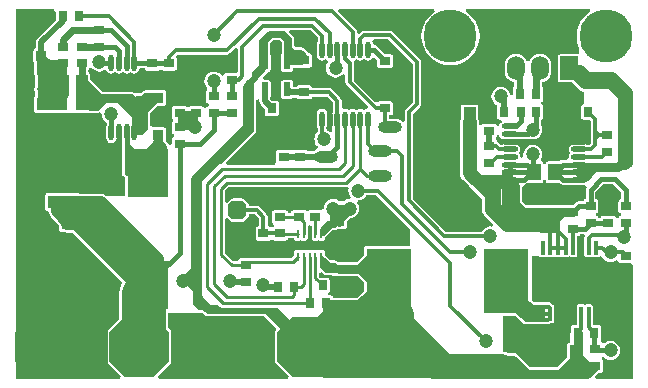
<source format=gbr>
G04 Layer_Physical_Order=1*
G04 Layer_Color=255*
%FSLAX45Y45*%
%MOMM*%
%TF.FileFunction,Copper,L1,Top,Signal*%
%TF.Part,Single*%
G01*
G75*
%TA.AperFunction,SMDPad,CuDef*%
%ADD10R,5.00000X3.40000*%
%ADD11R,0.30000X1.20000*%
%ADD12R,3.85000X5.50000*%
%ADD13O,0.45000X1.40000*%
%ADD14O,1.40000X0.45000*%
%ADD15R,0.60000X1.20000*%
%ADD16R,0.25000X0.75000*%
%ADD17R,2.40000X0.79000*%
%ADD18O,2.00000X1.00000*%
%ADD19R,0.90000X0.80000*%
%TA.AperFunction,ConnectorPad*%
%ADD20R,0.90000X0.80000*%
%TA.AperFunction,SMDPad,CuDef*%
%ADD21R,0.80000X0.90000*%
%ADD22R,1.20000X1.40000*%
%ADD23R,1.00000X1.30000*%
%ADD24R,0.90000X0.95000*%
%ADD25R,0.95000X0.90000*%
%ADD26R,1.10000X2.60000*%
%ADD27R,1.70000X1.10000*%
%ADD28R,1.10000X1.70000*%
%ADD29R,2.60000X1.10000*%
%ADD30R,3.50000X4.10000*%
%ADD31O,1.00000X2.00000*%
%TA.AperFunction,Conductor*%
%ADD32C,0.25000*%
%ADD33C,0.30000*%
%ADD34C,0.50000*%
%ADD35C,0.40000*%
%ADD36C,0.80000*%
%ADD37C,0.20000*%
%ADD38C,1.00000*%
%ADD39C,0.60000*%
%ADD40C,1.20000*%
%ADD41C,3.00000*%
%ADD42C,2.00000*%
%TA.AperFunction,ComponentPad*%
G04:AMPARAMS|DCode=43|XSize=5mm|YSize=5mm|CornerRadius=0mm|HoleSize=0mm|Usage=FLASHONLY|Rotation=180.000|XOffset=0mm|YOffset=0mm|HoleType=Round|Shape=Octagon|*
%AMOCTAGOND43*
4,1,8,-2.50000,1.25000,-2.50000,-1.25000,-1.25000,-2.50000,1.25000,-2.50000,2.50000,-1.25000,2.50000,1.25000,1.25000,2.50000,-1.25000,2.50000,-2.50000,1.25000,0.0*
%
%ADD43OCTAGOND43*%

G04:AMPARAMS|DCode=44|XSize=1.6mm|YSize=1.6mm|CornerRadius=0mm|HoleSize=0mm|Usage=FLASHONLY|Rotation=270.000|XOffset=0mm|YOffset=0mm|HoleType=Round|Shape=Octagon|*
%AMOCTAGOND44*
4,1,8,-0.40000,-0.80000,0.40000,-0.80000,0.80000,-0.40000,0.80000,0.40000,0.40000,0.80000,-0.40000,0.80000,-0.80000,0.40000,-0.80000,-0.40000,-0.40000,-0.80000,0.0*
%
%ADD44OCTAGOND44*%

%ADD45O,1.50000X2.00000*%
%ADD46R,1.50000X2.00000*%
%ADD47C,4.50000*%
%TA.AperFunction,ViaPad*%
%ADD48C,0.80000*%
%ADD49C,1.20000*%
%ADD50C,1.27000*%
G36*
X14360001Y5559533D02*
Y5415392D01*
X13989999D01*
X13982198Y5413839D01*
X13975581Y5409419D01*
X13971161Y5402803D01*
X13969608Y5395000D01*
Y5334495D01*
X13916289Y5281175D01*
X13759999D01*
X13756059Y5280392D01*
X13746469D01*
X13743430Y5283431D01*
X13732680Y5290614D01*
X13720000Y5293136D01*
X13686725D01*
X13653432Y5326430D01*
X13653432Y5326430D01*
X13642891Y5336970D01*
Y5360500D01*
X13641339Y5368303D01*
X13636919Y5374919D01*
X13630302Y5379339D01*
X13622499Y5380891D01*
X13597501D01*
X13589696Y5379339D01*
X13585001Y5376201D01*
X13580302Y5379339D01*
X13572499Y5380891D01*
X13547501D01*
X13539696Y5379339D01*
X13535001Y5376201D01*
X13530302Y5379339D01*
X13522499Y5380891D01*
X13497501D01*
X13489696Y5379339D01*
X13484999Y5376201D01*
X13480302Y5379339D01*
X13472499Y5380891D01*
X13447501D01*
X13439696Y5379339D01*
X13434999Y5376201D01*
X13430302Y5379339D01*
X13422499Y5380891D01*
X13397499D01*
X13389696Y5379339D01*
X13383080Y5374919D01*
X13378661Y5368303D01*
X13377107Y5360500D01*
Y5336970D01*
X13353275Y5313137D01*
X13000000D01*
X12987318Y5310614D01*
X12986986Y5310392D01*
X12925000D01*
X12917197Y5308840D01*
X12910580Y5304419D01*
X12906161Y5297803D01*
X12904608Y5290000D01*
Y5283136D01*
X12863725D01*
X12793136Y5353726D01*
Y5646741D01*
X12813136Y5655025D01*
X12845580Y5622582D01*
X12845581Y5622581D01*
X12852197Y5618160D01*
X12860001Y5616608D01*
X12939999D01*
X12947804Y5618160D01*
X12954419Y5622581D01*
X12994418Y5662580D01*
X12994418Y5662581D01*
X12998840Y5669196D01*
X13000392Y5677000D01*
Y5681314D01*
X13048219D01*
X13084312Y5645219D01*
Y5580392D01*
X13074998D01*
X13067197Y5578839D01*
X13060580Y5574419D01*
X13056160Y5567803D01*
X13054607Y5560000D01*
Y5480000D01*
X13056160Y5472196D01*
X13060580Y5465581D01*
X13067197Y5461160D01*
X13074998Y5459608D01*
X13164999D01*
X13172803Y5461160D01*
X13178685Y5465091D01*
X13179890Y5465581D01*
X13200108Y5465580D01*
X13201314Y5465090D01*
X13207196Y5461160D01*
X13214999Y5459608D01*
X13305000D01*
X13312804Y5461160D01*
X13319418Y5465580D01*
X13323839Y5472196D01*
X13325391Y5480000D01*
Y5483863D01*
X13377107D01*
Y5479500D01*
X13378661Y5471696D01*
X13383080Y5465080D01*
X13389696Y5460660D01*
X13397499Y5459108D01*
X13422499D01*
X13430302Y5460660D01*
X13434999Y5463798D01*
X13439696Y5460660D01*
X13447501Y5459108D01*
X13472499D01*
X13480302Y5460660D01*
X13486919Y5465080D01*
X13491339Y5471696D01*
X13492891Y5479500D01*
Y5515769D01*
X13493137Y5517000D01*
Y5583945D01*
X13509560Y5595136D01*
X13526863Y5587505D01*
Y5517000D01*
X13527107Y5515769D01*
Y5479500D01*
X13528661Y5471696D01*
X13533080Y5465080D01*
X13539696Y5460660D01*
X13547501Y5459108D01*
X13572499D01*
X13580302Y5460660D01*
X13585001Y5463798D01*
X13589696Y5460660D01*
X13597501Y5459108D01*
X13622499D01*
X13630302Y5460660D01*
X13636919Y5465080D01*
X13641339Y5471696D01*
X13642891Y5479500D01*
Y5488531D01*
X13650430Y5493569D01*
X13703725Y5546863D01*
X13720000D01*
X13732681Y5549386D01*
X13743431Y5556569D01*
X13746471Y5559608D01*
X13756059D01*
X13760001Y5558824D01*
X13763939Y5559608D01*
X13805000D01*
X13812804Y5561160D01*
X13819418Y5565580D01*
X13823839Y5572196D01*
X13825391Y5580000D01*
Y5618876D01*
X13856708Y5650193D01*
X13870885Y5652059D01*
X13890344Y5660120D01*
X13907057Y5672943D01*
X13919881Y5689655D01*
X13927940Y5709116D01*
X13930690Y5730000D01*
X13927940Y5750884D01*
X13919881Y5770345D01*
X13912363Y5780143D01*
X13917348Y5792654D01*
X13922272Y5799609D01*
X13940884Y5802059D01*
X13960345Y5810120D01*
X13977057Y5822943D01*
X13989880Y5839655D01*
X13991811Y5844314D01*
X14075218D01*
X14360001Y5559533D01*
D02*
G37*
G36*
X16149216Y5873107D02*
Y5810392D01*
X16145000D01*
X16137196Y5808840D01*
X16130580Y5804419D01*
X16126160Y5797803D01*
X16124608Y5790000D01*
Y5710000D01*
X16126160Y5702196D01*
X16130580Y5695581D01*
X16137196Y5691160D01*
X16145000Y5689608D01*
Y5670392D01*
X16137196Y5668840D01*
X16130580Y5664419D01*
X16126160Y5657804D01*
X16124608Y5650000D01*
X16105392Y5650000D01*
X16103841Y5657803D01*
X16099420Y5664419D01*
X16092804Y5668839D01*
X16085001Y5670391D01*
X15995001D01*
X15987196Y5668839D01*
X15980582Y5664419D01*
X15976161Y5657803D01*
X15974765Y5650783D01*
X15955235D01*
X15953841Y5657803D01*
X15949419Y5664419D01*
X15942804Y5668839D01*
X15935001Y5670392D01*
Y5689608D01*
X15942804Y5691160D01*
X15949419Y5695580D01*
X15953841Y5702196D01*
X15955392Y5710000D01*
Y5790000D01*
X15953841Y5797803D01*
X15949419Y5804419D01*
X15942804Y5808839D01*
X15935001Y5810391D01*
X15930783D01*
Y5873106D01*
X15996893Y5939216D01*
X16083107D01*
X16149216Y5873107D01*
D02*
G37*
G36*
X15511160Y5962196D02*
X15515581Y5955580D01*
X15522195Y5951160D01*
X15530000Y5949608D01*
X15622716D01*
X15628661Y5943662D01*
X15628661Y5943661D01*
X15641891Y5934821D01*
X15657500Y5931716D01*
X15657501Y5931716D01*
X15734686D01*
X15747501Y5929167D01*
X15842500D01*
X15844241Y5929514D01*
X15856268Y5911514D01*
X15852321Y5905607D01*
X15849216Y5890000D01*
X15849216Y5889998D01*
Y5810391D01*
X15845000D01*
X15837196Y5808839D01*
X15830582Y5804419D01*
X15826160Y5797803D01*
X15824763Y5790783D01*
X15790001D01*
X15789999Y5790783D01*
X15774393Y5787679D01*
X15761162Y5778838D01*
X15742918Y5760595D01*
X15739999Y5761175D01*
X15345340D01*
X15311176Y5795339D01*
Y5917060D01*
X15322501Y5931716D01*
X15338107Y5934821D01*
X15351340Y5943661D01*
X15357285Y5949608D01*
X15470000D01*
X15477803Y5951160D01*
X15484419Y5955580D01*
X15488840Y5962196D01*
X15490392Y5969999D01*
X15509608D01*
X15511160Y5962196D01*
D02*
G37*
G36*
X12621161Y4831162D02*
X12621162Y4831162D01*
X12634393Y4822321D01*
X12650000Y4819216D01*
X12650001Y4819216D01*
X13123106D01*
X13224315Y4718008D01*
X13225581Y4699419D01*
X13221159Y4692804D01*
X13219608Y4685000D01*
Y4435000D01*
X13221159Y4427196D01*
X13225581Y4420581D01*
X13335184Y4310978D01*
X13326900Y4290978D01*
X12233101D01*
X12224817Y4310978D01*
X12334419Y4420580D01*
X12334419Y4420581D01*
X12338840Y4427196D01*
X12340392Y4435000D01*
Y4685000D01*
X12338840Y4692804D01*
X12334419Y4699419D01*
X12310823Y4723016D01*
Y4850000D01*
X12602324D01*
X12621161Y4831162D01*
D02*
G37*
G36*
X13626569Y5176569D02*
X13637318Y5169386D01*
X13650000Y5166863D01*
X13699722D01*
X13700580Y5165580D01*
X13707196Y5161160D01*
X13714999Y5159608D01*
X13756059D01*
X13759999Y5158824D01*
X13917538D01*
X13969608Y5106755D01*
Y5034495D01*
X13910995Y4975882D01*
X13710217D01*
X13708839Y4982804D01*
X13704419Y4989420D01*
X13697804Y4993840D01*
X13689999Y4995392D01*
X13665912D01*
X13663942Y5015392D01*
X13667802Y5016160D01*
X13674419Y5020581D01*
X13678841Y5027196D01*
X13680392Y5035000D01*
Y5125000D01*
X13678841Y5132803D01*
X13674419Y5139419D01*
X13667802Y5143839D01*
X13660001Y5145392D01*
X13601469D01*
X13593137Y5153726D01*
Y5183870D01*
X13611613Y5191524D01*
X13626569Y5176569D01*
D02*
G37*
G36*
X15842030Y5500377D02*
X15842075Y5499964D01*
X15839531Y5496156D01*
X15836813Y5482500D01*
Y5400000D01*
X15837108Y5398522D01*
Y5340000D01*
X15838660Y5332196D01*
X15843082Y5325580D01*
X15849696Y5321160D01*
X15857500Y5319608D01*
X15887500D01*
X15895303Y5321160D01*
X15905000Y5324514D01*
X15914697Y5321160D01*
X15922501Y5319608D01*
X15952499D01*
X15960304Y5321160D01*
X15966212Y5325108D01*
X15967084Y5325565D01*
X15988475Y5323627D01*
X15990120Y5319655D01*
X16002943Y5302943D01*
X16019655Y5290120D01*
X16039116Y5282059D01*
X16060001Y5279309D01*
X16080884Y5282059D01*
X16100345Y5290120D01*
X16104608Y5293391D01*
X16111931Y5292149D01*
X16125725Y5284385D01*
X16126160Y5282196D01*
X16130580Y5275581D01*
X16137196Y5271160D01*
X16145000Y5269608D01*
X16234999D01*
X16249022Y5253093D01*
X16249022Y4290978D01*
X15933624D01*
X15925970Y4309456D01*
X15953258Y4336742D01*
X15953259Y4336743D01*
X15956123Y4339608D01*
X15975000D01*
X15982803Y4341160D01*
X15989420Y4345580D01*
X15993840Y4352196D01*
X15995392Y4360000D01*
Y4440000D01*
X15993840Y4447803D01*
X15989420Y4454419D01*
X15987001Y4456035D01*
X15985938Y4471637D01*
X15987482Y4477937D01*
X15994473Y4480881D01*
X16002620Y4473306D01*
X16002621Y4473304D01*
X16002625Y4473302D01*
X16002940Y4472946D01*
X16002943Y4472943D01*
X16019655Y4460120D01*
X16039116Y4452059D01*
X16060001Y4449309D01*
X16080884Y4452059D01*
X16100345Y4460120D01*
X16117056Y4472943D01*
X16129880Y4489654D01*
X16137941Y4509115D01*
X16140691Y4530000D01*
X16137941Y4550884D01*
X16129880Y4570345D01*
X16117056Y4587056D01*
X16100345Y4599879D01*
X16080884Y4607940D01*
X16060001Y4610690D01*
X16039116Y4607940D01*
X16019655Y4599879D01*
X16011946Y4593964D01*
X16011034Y4593654D01*
X15989420Y4594419D01*
X15982803Y4598839D01*
X15979010Y4599594D01*
X15974564Y4610489D01*
X15974136Y4620391D01*
X15974419Y4620580D01*
X15978841Y4627196D01*
X15980392Y4634999D01*
Y4724999D01*
X15978841Y4732803D01*
X15974419Y4739419D01*
X15967804Y4743839D01*
X15960001Y4745391D01*
X15908186D01*
Y4840000D01*
X15907892Y4841477D01*
Y4900000D01*
X15906340Y4907803D01*
X15901920Y4914419D01*
X15895303Y4918839D01*
X15887500Y4920391D01*
X15857500D01*
X15849696Y4918839D01*
X15843082Y4914419D01*
X15836919D01*
X15830304Y4918839D01*
X15822501Y4920391D01*
X15792500D01*
X15784695Y4918839D01*
X15778081Y4914419D01*
X15773660Y4907803D01*
X15772108Y4900000D01*
Y4841477D01*
X15771814Y4840000D01*
Y4745391D01*
X15739999D01*
X15732196Y4743839D01*
X15725581Y4739419D01*
X15721159Y4732803D01*
X15719608Y4724999D01*
Y4683939D01*
X15718825Y4679999D01*
Y4595391D01*
X15710001D01*
X15702197Y4593839D01*
X15695581Y4589419D01*
X15691161Y4582803D01*
X15689607Y4574999D01*
Y4476123D01*
X15636743Y4423258D01*
X15636742Y4423257D01*
X15604660Y4391175D01*
X15375340D01*
X15323257Y4443257D01*
X15323257Y4443258D01*
X15273257Y4493257D01*
X15273257Y4493257D01*
X15253410Y4506519D01*
X15230000Y4511175D01*
X15189999D01*
X15186740Y4510527D01*
X15171326Y4516911D01*
X15150000Y4519719D01*
Y4824608D01*
X15254926D01*
X15314766Y4764766D01*
X15326343Y4757031D01*
X15339999Y4754314D01*
X15530000D01*
X15543655Y4757031D01*
X15547513Y4759608D01*
X15562500D01*
X15570303Y4761160D01*
X15576920Y4765581D01*
X15581340Y4772196D01*
X15582892Y4780000D01*
Y4806023D01*
X15583186Y4807500D01*
Y4892500D01*
X15582892Y4893977D01*
Y4900000D01*
X15581340Y4907803D01*
X15576920Y4914419D01*
X15573360Y4916798D01*
X15572734Y4917734D01*
X15565234Y4925234D01*
X15553656Y4932969D01*
X15539999Y4935686D01*
X15412280D01*
X15390392Y4957575D01*
Y5330000D01*
X15450128D01*
X15453081Y5325580D01*
X15459695Y5321160D01*
X15467500Y5319608D01*
X15497501D01*
X15505304Y5321160D01*
X15514999Y5324514D01*
X15524696Y5321160D01*
X15532500Y5319608D01*
X15562500D01*
X15570303Y5321160D01*
X15576920Y5325580D01*
X15583081D01*
X15589696Y5321160D01*
X15597501Y5319608D01*
X15627499D01*
X15635304Y5321160D01*
X15645000Y5324514D01*
X15654697Y5321160D01*
X15662500Y5319608D01*
X15692500D01*
X15700304Y5321160D01*
X15706918Y5325580D01*
X15713081D01*
X15719696Y5321160D01*
X15727499Y5319608D01*
X15757500D01*
X15765303Y5321160D01*
X15771919Y5325580D01*
X15776340Y5332196D01*
X15777892Y5340000D01*
Y5398522D01*
X15778186Y5400000D01*
Y5499608D01*
X15785001D01*
X15792804Y5501160D01*
X15799419Y5505581D01*
X15803841Y5512196D01*
X15805235Y5519216D01*
X15831194D01*
X15842030Y5500377D01*
D02*
G37*
G36*
X12904314Y7085563D02*
Y6898931D01*
X12895000Y6880392D01*
X12805000D01*
X12797196Y6878840D01*
X12790581Y6874419D01*
X12786160Y6867804D01*
X12785241Y6863180D01*
X12776433Y6858862D01*
X12764608Y6857215D01*
X12757057Y6867057D01*
X12740345Y6879880D01*
X12720884Y6887941D01*
X12700000Y6890690D01*
X12679116Y6887941D01*
X12659655Y6879880D01*
X12642943Y6867057D01*
X12630120Y6850345D01*
X12622059Y6830884D01*
X12619310Y6810000D01*
X12622059Y6789116D01*
X12630120Y6769655D01*
X12640266Y6756432D01*
X12640355Y6756208D01*
X12640581Y6734419D01*
X12636160Y6727804D01*
X12634608Y6720000D01*
Y6640000D01*
X12636160Y6632197D01*
X12640581Y6625581D01*
X12647196Y6621161D01*
X12655000Y6619609D01*
Y6600392D01*
X12647196Y6598840D01*
X12640581Y6594420D01*
X12636160Y6587804D01*
X12634608Y6580001D01*
X12615392Y6580000D01*
X12613840Y6587804D01*
X12609420Y6594419D01*
X12602804Y6598840D01*
X12595000Y6600392D01*
X12505001D01*
X12497197Y6598840D01*
X12491315Y6594910D01*
X12490110Y6594419D01*
X12469891D01*
X12468686Y6594910D01*
X12462804Y6598840D01*
X12455000Y6600392D01*
X12365001D01*
X12357197Y6598840D01*
X12350581Y6594419D01*
X12346161Y6587804D01*
X12344609Y6580000D01*
Y6500000D01*
X12346161Y6492197D01*
X12350581Y6485581D01*
X12350581Y6474419D01*
X12346160Y6467804D01*
X12344608Y6460000D01*
Y6380000D01*
X12346160Y6372197D01*
X12350581Y6365581D01*
X12357197Y6361161D01*
X12365000Y6359609D01*
Y6340392D01*
X12357197Y6338840D01*
X12350581Y6334420D01*
X12346160Y6327804D01*
X12344608Y6320000D01*
Y6285348D01*
X12325796Y6267376D01*
X12324608Y6267403D01*
X12322206Y6267832D01*
X12312443Y6282443D01*
X12295879Y6299007D01*
X12296340Y6299696D01*
X12297892Y6307500D01*
Y6397500D01*
X12296340Y6405303D01*
X12291920Y6411919D01*
X12285304Y6416339D01*
X12277500Y6417892D01*
X12182500D01*
X12180784Y6417550D01*
X12164639Y6427007D01*
X12160783Y6431097D01*
Y6540606D01*
X12222285Y6602108D01*
X12277500D01*
X12285304Y6603660D01*
X12291920Y6608081D01*
X12296340Y6614696D01*
X12297892Y6622500D01*
Y6712500D01*
X12296340Y6720303D01*
X12291920Y6726919D01*
X12285304Y6731339D01*
X12277500Y6732892D01*
X12182500D01*
X12174697Y6731339D01*
X12173865Y6730784D01*
X12120001D01*
X12120000Y6730784D01*
X12104393Y6727679D01*
X12091162Y6718838D01*
X12091161Y6718838D01*
X12080607Y6708283D01*
X12045001D01*
X12045000Y6708284D01*
X12029897Y6705279D01*
X12026338Y6708839D01*
X12013107Y6717679D01*
X11997500Y6720784D01*
X11997498Y6720784D01*
X11980001D01*
X11980000Y6720784D01*
X11979998Y6720784D01*
X11761313D01*
X11650392Y6831704D01*
Y6865000D01*
X11648840Y6872804D01*
X11644419Y6879419D01*
X11638972Y6883059D01*
X11638114Y6885579D01*
X11637736Y6888325D01*
X11637493Y6904293D01*
X11639420Y6905581D01*
X11643840Y6912196D01*
X11644760Y6916820D01*
X11653569Y6921138D01*
X11665392Y6922784D01*
X11672944Y6912944D01*
X11689655Y6900120D01*
X11709116Y6892059D01*
X11730000Y6889310D01*
X11750884Y6892059D01*
X11770345Y6900120D01*
X11771983Y6901377D01*
X11776871Y6901267D01*
X11796456Y6894947D01*
X11801860Y6886860D01*
X11815918Y6877466D01*
X11832500Y6874168D01*
X11849083Y6877466D01*
X11863141Y6886860D01*
X11866860D01*
X11880918Y6877466D01*
X11897500Y6874168D01*
X11914083Y6877466D01*
X11928141Y6886860D01*
X11931860D01*
X11945918Y6877466D01*
X11962500Y6874168D01*
X11979083Y6877466D01*
X11993141Y6886860D01*
X11996860D01*
X12010918Y6877466D01*
X12027500Y6874168D01*
X12044083Y6877466D01*
X12058141Y6886860D01*
X12067534Y6900918D01*
X12070833Y6917500D01*
Y6919217D01*
X12114764D01*
X12116160Y6912196D01*
X12120581Y6905581D01*
X12127196Y6901160D01*
X12135000Y6899608D01*
X12225000D01*
X12232804Y6901160D01*
X12238685Y6905091D01*
X12239891Y6905581D01*
X12260109D01*
X12261315Y6905091D01*
X12267196Y6901160D01*
X12275000Y6899608D01*
X12365000D01*
X12372804Y6901160D01*
X12379419Y6905581D01*
X12383840Y6912196D01*
X12385392Y6920000D01*
Y7000000D01*
X12383840Y7007804D01*
X12379419Y7014419D01*
X12379013Y7018546D01*
X12394782Y7034314D01*
X12810001D01*
X12823656Y7037031D01*
X12835234Y7044766D01*
X12884314Y7093847D01*
X12904314Y7085563D01*
D02*
G37*
G36*
X14384314Y6955218D02*
Y6634782D01*
X14324767Y6575234D01*
X14317030Y6563656D01*
X14314314Y6550000D01*
Y6470993D01*
X14294315Y6464204D01*
X14289925Y6469925D01*
X14275302Y6481145D01*
X14258273Y6488198D01*
X14239999Y6490604D01*
X14185686D01*
Y6519607D01*
X14195000D01*
X14202805Y6521159D01*
X14209419Y6525580D01*
X14213840Y6532195D01*
X14215392Y6539999D01*
Y6619999D01*
X14213840Y6627803D01*
X14209419Y6634418D01*
X14202805Y6638839D01*
X14195000Y6640391D01*
X14105000D01*
X14097197Y6638839D01*
X14090581Y6634419D01*
X14069691Y6632403D01*
X14067433Y6633034D01*
X13885686Y6814781D01*
Y6960000D01*
X13884557Y6965676D01*
X13891583Y6987465D01*
X13905640Y6996859D01*
X13909360D01*
X13923418Y6987465D01*
X13939999Y6984167D01*
X13956583Y6987465D01*
X13970641Y6996859D01*
X13974361D01*
X13988417Y6987465D01*
X14005000Y6984167D01*
X14021584Y6987465D01*
X14035640Y6996859D01*
X14040262Y7003775D01*
X14063464Y7008858D01*
X14084608Y6987714D01*
Y6939999D01*
X14086160Y6932196D01*
X14090581Y6925580D01*
X14097195Y6921160D01*
X14105000Y6919607D01*
X14195000D01*
X14202803Y6921160D01*
X14209419Y6925580D01*
X14213840Y6932196D01*
X14215392Y6939999D01*
Y7019999D01*
X14213840Y7027803D01*
X14209419Y7034418D01*
X14202803Y7038839D01*
X14195000Y7040391D01*
X14147284D01*
X14083838Y7103838D01*
X14070607Y7112678D01*
X14055000Y7115783D01*
X14046391Y7132255D01*
X14045033Y7139082D01*
X14041537Y7144314D01*
X14052176Y7164314D01*
X14175218D01*
X14384314Y6955218D01*
D02*
G37*
G36*
X15886449Y7399022D02*
X15880228Y7395696D01*
X15842921Y7365079D01*
X15812305Y7327773D01*
X15789554Y7285211D01*
X15775545Y7239028D01*
X15770815Y7191000D01*
X15775545Y7142971D01*
X15786044Y7108361D01*
X15789999Y7090000D01*
X15789999Y7090000D01*
Y7044495D01*
X15785001Y7040392D01*
X15635001D01*
X15627197Y7038840D01*
X15620581Y7034419D01*
X15616161Y7027804D01*
X15614607Y7020000D01*
Y6820000D01*
X15616161Y6812196D01*
X15620581Y6805580D01*
X15627197Y6801160D01*
X15635001Y6799608D01*
X15730544D01*
X15790076Y6740075D01*
X15804698Y6728855D01*
X15821727Y6721802D01*
X15830000Y6720712D01*
Y6615392D01*
X15822197Y6613840D01*
X15815581Y6609419D01*
X15811160Y6602804D01*
X15809608Y6595000D01*
Y6505000D01*
X15811160Y6497197D01*
X15815581Y6490581D01*
X15822197Y6486161D01*
X15830000Y6484608D01*
X15884924D01*
X15894315Y6475219D01*
Y6380000D01*
Y6284781D01*
X15877719Y6268186D01*
X15865590D01*
X15859084Y6272534D01*
X15842500Y6275832D01*
X15747501D01*
X15730917Y6272534D01*
X15716859Y6263140D01*
X15707466Y6249082D01*
X15704167Y6232500D01*
X15707466Y6215917D01*
X15716859Y6201860D01*
Y6198140D01*
X15707466Y6184083D01*
X15704167Y6167500D01*
X15705006Y6163284D01*
X15690344Y6143283D01*
X15652499D01*
X15636893Y6140179D01*
X15623662Y6131338D01*
X15623660Y6131337D01*
X15622716Y6130391D01*
X15530000D01*
X15522195Y6128839D01*
X15515581Y6124419D01*
X15511160Y6117803D01*
X15509608Y6109999D01*
X15490392D01*
X15488840Y6117803D01*
X15484419Y6124419D01*
X15478671Y6128259D01*
X15477673Y6129158D01*
X15469888Y6148115D01*
X15469881Y6149655D01*
X15477940Y6169115D01*
X15480690Y6190000D01*
X15477940Y6210884D01*
X15469881Y6230345D01*
X15457056Y6247056D01*
X15440344Y6259879D01*
X15420885Y6267940D01*
X15400000Y6270690D01*
X15379115Y6267940D01*
X15359656Y6259879D01*
X15342943Y6247056D01*
X15330119Y6230345D01*
X15322060Y6210884D01*
X15319310Y6190000D01*
X15320638Y6179912D01*
X15308229Y6162423D01*
X15295831Y6167500D01*
X15292534Y6184083D01*
X15283141Y6198140D01*
Y6201860D01*
X15292534Y6215917D01*
X15295831Y6232500D01*
X15292534Y6249082D01*
X15283141Y6263140D01*
X15269083Y6272534D01*
X15252499Y6275832D01*
X15157500D01*
X15140916Y6272534D01*
X15134410Y6268186D01*
X15132281D01*
X15115233Y6285234D01*
X15103656Y6292969D01*
X15095390Y6294613D01*
Y6300000D01*
X15093839Y6307804D01*
X15089909Y6313685D01*
X15089420Y6314891D01*
X15089420Y6335109D01*
X15089909Y6336314D01*
X15093840Y6342196D01*
X15095392Y6350000D01*
Y6354374D01*
X15115392Y6356343D01*
X15117467Y6345917D01*
X15126859Y6331859D01*
X15140916Y6322466D01*
X15157500Y6319167D01*
X15252499D01*
X15265314Y6321716D01*
X15362498D01*
X15362500Y6321716D01*
X15374284Y6324060D01*
X15379115Y6322059D01*
X15400000Y6319309D01*
X15420885Y6322059D01*
X15440344Y6330120D01*
X15457056Y6342943D01*
X15469881Y6359655D01*
X15477940Y6379116D01*
X15480690Y6400000D01*
X15477940Y6420884D01*
X15470782Y6438163D01*
Y6484764D01*
X15477803Y6486160D01*
X15484419Y6490580D01*
X15488840Y6497196D01*
X15490392Y6504999D01*
Y6594999D01*
X15488840Y6602803D01*
X15484419Y6609419D01*
X15477803Y6613839D01*
X15470000Y6615391D01*
Y6634608D01*
X15477803Y6636160D01*
X15484419Y6640581D01*
X15488840Y6647196D01*
X15490392Y6655000D01*
Y6745000D01*
X15488840Y6752803D01*
X15484419Y6759419D01*
X15480978Y6761717D01*
Y6801942D01*
X15484801Y6802445D01*
X15507910Y6812018D01*
X15527756Y6827245D01*
X15542982Y6847090D01*
X15552554Y6870200D01*
X15555820Y6895000D01*
Y6945000D01*
X15552554Y6969800D01*
X15542982Y6992910D01*
X15527756Y7012755D01*
X15507910Y7027982D01*
X15484801Y7037555D01*
X15460001Y7040820D01*
X15435201Y7037555D01*
X15412090Y7027982D01*
X15392245Y7012755D01*
X15377019Y6992910D01*
X15370824Y6977956D01*
X15349176D01*
X15342982Y6992910D01*
X15327754Y7012755D01*
X15307910Y7027982D01*
X15284801Y7037555D01*
X15260001Y7040820D01*
X15235201Y7037555D01*
X15212090Y7027982D01*
X15192245Y7012755D01*
X15177019Y6992910D01*
X15167445Y6969800D01*
X15164180Y6945000D01*
Y6895000D01*
X15167445Y6870200D01*
X15177019Y6847090D01*
X15192245Y6827245D01*
X15212090Y6812018D01*
X15235201Y6802445D01*
X15244118Y6801271D01*
Y6764222D01*
X15242197Y6763839D01*
X15235580Y6759419D01*
X15231160Y6752803D01*
X15229608Y6745000D01*
Y6689530D01*
X15209608Y6688219D01*
X15207941Y6700884D01*
X15199879Y6720345D01*
X15187056Y6737057D01*
X15170345Y6749880D01*
X15150883Y6757941D01*
X15130000Y6760690D01*
X15109116Y6757941D01*
X15089655Y6749880D01*
X15072943Y6737057D01*
X15060120Y6720345D01*
X15052058Y6700884D01*
X15049310Y6680000D01*
X15052058Y6659116D01*
X15060120Y6639655D01*
X15072943Y6622944D01*
X15089655Y6610120D01*
X15100275Y6605721D01*
X15101160Y6602803D01*
X15099608Y6594999D01*
Y6504999D01*
X15101160Y6497196D01*
X15105582Y6490580D01*
X15112196Y6486160D01*
X15120000Y6484608D01*
X15132039D01*
X15136539Y6464608D01*
X15126859Y6458141D01*
X15117467Y6444083D01*
X15114902Y6431186D01*
X15095392Y6430000D01*
X15093840Y6437803D01*
X15089420Y6444419D01*
X15082803Y6448840D01*
X15075000Y6450392D01*
X14985001D01*
X14977197Y6448840D01*
X14970581Y6444419D01*
X14966161Y6437803D01*
X14965691Y6435439D01*
X14945689Y6437409D01*
Y6460000D01*
X14942941Y6480884D01*
X14940392Y6487038D01*
Y6590000D01*
X14938840Y6597803D01*
X14934419Y6604419D01*
X14927805Y6608839D01*
X14920000Y6610392D01*
X14810001D01*
X14802196Y6608839D01*
X14795581Y6604419D01*
X14791161Y6597803D01*
X14789607Y6590000D01*
Y6487038D01*
X14787059Y6480884D01*
X14784309Y6460000D01*
Y6140000D01*
Y6032500D01*
X14787059Y6011616D01*
X14795120Y5992155D01*
X14807944Y5975443D01*
X14856693Y5926693D01*
X14858817Y5925065D01*
X14860443Y5922943D01*
X14962411Y5820975D01*
X14963660Y5814696D01*
X14966324Y5810709D01*
Y5722500D01*
X14970981Y5699089D01*
X14984242Y5679243D01*
X15067067Y5596418D01*
X15064655Y5589209D01*
X15056711Y5578490D01*
X15039999Y5580690D01*
X15019116Y5577941D01*
X14999655Y5569880D01*
X14982944Y5557056D01*
X14970120Y5540345D01*
X14968190Y5535686D01*
X14664783D01*
X14385686Y5814782D01*
Y6535219D01*
X14445235Y6594767D01*
X14452969Y6606344D01*
X14455685Y6620000D01*
Y6970000D01*
X14452969Y6983656D01*
X14445235Y6995233D01*
X14215233Y7225234D01*
X14203656Y7232969D01*
X14189999Y7235686D01*
X13970000D01*
X13956345Y7232969D01*
X13944766Y7225234D01*
X13930685Y7211153D01*
X13910686Y7219437D01*
Y7225000D01*
X13907970Y7238656D01*
X13900233Y7250234D01*
X13749924Y7400544D01*
X13757578Y7419022D01*
X14567439D01*
X14572449Y7399022D01*
X14566228Y7395696D01*
X14528922Y7365079D01*
X14498305Y7327773D01*
X14475554Y7285211D01*
X14461545Y7239028D01*
X14456815Y7191000D01*
X14461545Y7142971D01*
X14475554Y7096789D01*
X14498305Y7054226D01*
X14528922Y7016920D01*
X14566228Y6986304D01*
X14608789Y6963554D01*
X14654971Y6949545D01*
X14703000Y6944814D01*
X14751028Y6949545D01*
X14797211Y6963554D01*
X14839774Y6986304D01*
X14877078Y7016920D01*
X14907697Y7054226D01*
X14930446Y7096789D01*
X14944455Y7142971D01*
X14949185Y7191000D01*
X14944455Y7239028D01*
X14930446Y7285211D01*
X14907697Y7327773D01*
X14877078Y7365079D01*
X14839774Y7395696D01*
X14833551Y7399022D01*
X14838560Y7419022D01*
X15881439D01*
X15886449Y7399022D01*
D02*
G37*
G36*
X13838052Y5910403D02*
X13842749Y5902549D01*
X13842059Y5900884D01*
X13839310Y5880000D01*
X13842059Y5859116D01*
X13850121Y5839655D01*
X13857639Y5829857D01*
X13852652Y5817346D01*
X13847729Y5810391D01*
X13829115Y5807941D01*
X13809656Y5799880D01*
X13798311Y5791175D01*
X13761690D01*
X13750345Y5799880D01*
X13730884Y5807941D01*
X13710001Y5810690D01*
X13689116Y5807941D01*
X13669655Y5799880D01*
X13652943Y5787056D01*
X13640120Y5770345D01*
X13632059Y5750884D01*
X13629535Y5731713D01*
X13622879Y5726328D01*
X13610547Y5719288D01*
X13605000Y5720391D01*
X13514999D01*
X13507196Y5718839D01*
X13501314Y5714909D01*
X13500108Y5714419D01*
X13479890D01*
X13478685Y5714909D01*
X13472803Y5718839D01*
X13464999Y5720391D01*
X13375000D01*
X13367197Y5718839D01*
X13360580Y5714419D01*
X13356160Y5707803D01*
X13354608Y5700000D01*
Y5693136D01*
X13325391D01*
Y5700000D01*
X13323839Y5707803D01*
X13319418Y5714419D01*
X13312804Y5718839D01*
X13305000Y5720391D01*
X13214999D01*
X13207196Y5718839D01*
X13200580Y5714419D01*
X13196159Y5707803D01*
X13194608Y5700000D01*
Y5620000D01*
X13196159Y5612196D01*
X13200580Y5605580D01*
X13204080Y5603242D01*
X13206880Y5589431D01*
X13206648Y5580877D01*
X13197473Y5574419D01*
X13179890D01*
X13178685Y5574909D01*
X13172803Y5578839D01*
X13164999Y5580392D01*
X13155685D01*
Y5660001D01*
X13152968Y5673657D01*
X13145233Y5685235D01*
X13088234Y5742234D01*
X13076656Y5749969D01*
X13063000Y5752686D01*
X13000392D01*
Y5757000D01*
X12998840Y5764804D01*
X12994418Y5771419D01*
X12954420Y5811418D01*
X12954419Y5811419D01*
X12947804Y5815840D01*
X12939999Y5817392D01*
X12860001D01*
X12852197Y5815840D01*
X12845581Y5811419D01*
X12813136Y5778975D01*
X12793136Y5787259D01*
Y5886274D01*
X12823726Y5916863D01*
X13820000D01*
X13827663Y5918387D01*
X13838052Y5910403D01*
D02*
G37*
G36*
X11348937Y7414059D02*
X11359608Y7399022D01*
Y7324494D01*
X11207557Y7172443D01*
X11197611Y7157558D01*
X11194118Y7140000D01*
Y7087892D01*
X11192500D01*
X11184696Y7086340D01*
X11178081Y7081920D01*
X11173660Y7075304D01*
X11172108Y7067500D01*
Y6977500D01*
X11173660Y6969697D01*
X11178081Y6963081D01*
X11178824Y6962584D01*
Y6890000D01*
X11180701Y6880566D01*
X11179310Y6870000D01*
X11182059Y6849116D01*
X11189396Y6831403D01*
Y6778597D01*
X11182059Y6760884D01*
X11179310Y6740000D01*
X11182059Y6719116D01*
X11189396Y6701403D01*
Y6686968D01*
X11185581Y6684419D01*
X11181161Y6677804D01*
X11179609Y6670000D01*
Y6560000D01*
X11181161Y6552196D01*
X11185581Y6545581D01*
X11192197Y6541160D01*
X11200000Y6539608D01*
X11529608D01*
X11530000Y6540000D01*
X11530592Y6540485D01*
X11535000Y6539608D01*
X11653030D01*
X11655000Y6539216D01*
X11655001Y6539217D01*
X11709999D01*
X11710000Y6539216D01*
X11725607Y6542321D01*
X11731256Y6546096D01*
X11749903Y6534501D01*
X11749310Y6530000D01*
X11752060Y6509116D01*
X11760120Y6489655D01*
X11772944Y6472944D01*
X11789655Y6460120D01*
X11791717Y6459266D01*
Y6435315D01*
X11789168Y6422500D01*
Y6327500D01*
X11792466Y6310918D01*
X11801860Y6296860D01*
X11815918Y6287466D01*
X11832500Y6284168D01*
X11849083Y6287466D01*
X11863141Y6296860D01*
X11872534Y6310918D01*
X11875833Y6327500D01*
Y6422500D01*
X11881988Y6430000D01*
X11913013D01*
X11919168Y6422500D01*
Y6327500D01*
X11921717Y6314686D01*
Y6267501D01*
X11921717Y6267500D01*
X11921717Y6267499D01*
Y6032500D01*
X11924821Y6016893D01*
X11933662Y6003662D01*
X11944609Y5996348D01*
Y5840000D01*
X11788310D01*
X11780302Y5846145D01*
X11763273Y5853198D01*
X11745000Y5855604D01*
X11562646D01*
X11557803Y5858840D01*
X11550000Y5860392D01*
X11290000D01*
X11282196Y5858840D01*
X11275580Y5854419D01*
X11271160Y5847804D01*
X11269608Y5840000D01*
Y5730000D01*
X11271160Y5722197D01*
X11275580Y5715581D01*
X11282196Y5711161D01*
X11290000Y5709608D01*
X11299448D01*
X11301802Y5691726D01*
X11308855Y5674698D01*
X11320076Y5660076D01*
X11390419Y5589733D01*
X11391802Y5579226D01*
X11392108Y5578487D01*
Y5552500D01*
X11393660Y5544696D01*
X11398081Y5538081D01*
X11404696Y5533660D01*
X11412500Y5532108D01*
X11434951D01*
X11441726Y5529302D01*
X11460000Y5526896D01*
X11503255D01*
X11925278Y5104873D01*
X11912181Y5080371D01*
X11902460Y5048325D01*
X11899178Y5015000D01*
Y4793016D01*
X11805581Y4699420D01*
X11805581Y4699419D01*
X11801160Y4692804D01*
X11799608Y4685000D01*
Y4435000D01*
X11801160Y4427196D01*
X11805581Y4420581D01*
X11915184Y4310978D01*
X11906899Y4290978D01*
X11020978D01*
X11020977Y7419021D01*
X11343092D01*
X11348937Y7414059D01*
D02*
G37*
G36*
X13579314Y7180219D02*
Y7145589D01*
X13574966Y7139082D01*
X13571667Y7122499D01*
Y7027499D01*
X13574966Y7010917D01*
X13584360Y6996859D01*
X13598418Y6987465D01*
X13614999Y6984167D01*
X13631583Y6987465D01*
X13640796Y6993622D01*
X13660492Y6985826D01*
X13664555Y6972913D01*
X13665036Y6966751D01*
X13660120Y6960345D01*
X13652058Y6940884D01*
X13649310Y6920000D01*
X13652058Y6899116D01*
X13660120Y6879655D01*
X13672943Y6862943D01*
X13689655Y6850120D01*
X13709116Y6842059D01*
X13730000Y6839310D01*
X13750883Y6842059D01*
X13770345Y6850120D01*
X13787056Y6862943D01*
X13794315Y6872402D01*
X13814314Y6865613D01*
Y6800000D01*
X13817030Y6786344D01*
X13824767Y6774766D01*
X14004826Y6594706D01*
X13997008Y6574242D01*
X13988417Y6572533D01*
X13974361Y6563140D01*
X13970641D01*
X13956583Y6572533D01*
X13939999Y6575832D01*
X13923418Y6572533D01*
X13909360Y6563140D01*
X13905640D01*
X13891583Y6572533D01*
X13875000Y6575832D01*
X13858417Y6572533D01*
X13844360Y6563140D01*
X13840640D01*
X13826582Y6572533D01*
X13810001Y6575832D01*
X13800687Y6573979D01*
X13780685Y6586249D01*
Y6645000D01*
X13777969Y6658656D01*
X13770235Y6670234D01*
X13700233Y6740233D01*
X13688657Y6747968D01*
X13675002Y6750685D01*
X13530392D01*
Y6754999D01*
X13528839Y6762803D01*
X13524419Y6769418D01*
X13517802Y6773839D01*
X13510001Y6775391D01*
X13420000D01*
X13412196Y6773839D01*
X13405582Y6769418D01*
X13401160Y6762803D01*
X13400778Y6760881D01*
X13370392D01*
Y6799999D01*
X13368839Y6807803D01*
X13364420Y6814418D01*
X13357803Y6818839D01*
X13350000Y6820391D01*
X13289999D01*
X13282196Y6818839D01*
X13275581Y6814418D01*
X13271159Y6807803D01*
X13269608Y6799999D01*
Y6679999D01*
X13271159Y6672196D01*
X13275581Y6665580D01*
X13282196Y6661160D01*
X13289999Y6659607D01*
X13350000D01*
X13357803Y6661160D01*
X13364420Y6665580D01*
X13366783Y6669117D01*
X13400778D01*
X13401160Y6667195D01*
X13405582Y6660580D01*
X13412196Y6656159D01*
X13420000Y6654607D01*
X13510001D01*
X13517802Y6656159D01*
X13524419Y6660580D01*
X13528839Y6667195D01*
X13530392Y6674999D01*
Y6679313D01*
X13660219D01*
X13709314Y6630218D01*
Y6555589D01*
X13704967Y6549082D01*
X13701668Y6532499D01*
Y6437499D01*
X13704216Y6424685D01*
Y6387547D01*
X13695134Y6381995D01*
X13684216Y6379236D01*
X13670345Y6389880D01*
X13656078Y6395789D01*
X13652502Y6414004D01*
X13652873Y6417682D01*
X13655034Y6420917D01*
X13658331Y6437499D01*
Y6532499D01*
X13655034Y6549082D01*
X13645641Y6563140D01*
X13631583Y6572533D01*
X13614999Y6575832D01*
X13598418Y6572533D01*
X13584360Y6563140D01*
X13574966Y6549082D01*
X13571667Y6532499D01*
Y6437499D01*
X13574966Y6420917D01*
X13579314Y6414409D01*
Y6381945D01*
X13572943Y6377057D01*
X13560120Y6360345D01*
X13552058Y6340884D01*
X13549310Y6320000D01*
X13552058Y6299116D01*
X13560120Y6279655D01*
X13572943Y6262944D01*
X13579317Y6258054D01*
X13580000Y6252418D01*
X13575629Y6235673D01*
X13564697Y6231145D01*
X13550075Y6219925D01*
X13546973Y6215882D01*
X13494221D01*
X13493839Y6217804D01*
X13489420Y6224419D01*
X13482803Y6228840D01*
X13474998Y6230392D01*
X13385001D01*
X13377196Y6228840D01*
X13371313Y6224910D01*
X13370110Y6224419D01*
X13349890D01*
X13348685Y6224910D01*
X13342802Y6228840D01*
X13334999Y6230392D01*
X13245000D01*
X13237196Y6228840D01*
X13230580Y6224419D01*
X13226160Y6217804D01*
X13224608Y6210000D01*
Y6130000D01*
X13225974Y6123137D01*
X13226047Y6121987D01*
X13215945Y6103137D01*
X12812526D01*
X12804872Y6121614D01*
X13051628Y6368371D01*
X13051630Y6368371D01*
X13058260Y6378295D01*
X13060588Y6390000D01*
X13060588Y6390001D01*
Y6651327D01*
X13080588Y6659566D01*
X13084119Y6656008D01*
Y6639999D01*
X13087611Y6622441D01*
X13097556Y6607556D01*
X13129608Y6575505D01*
Y6534999D01*
X13131160Y6527195D01*
X13135580Y6520580D01*
X13142197Y6516159D01*
X13150000Y6514607D01*
X13230000D01*
X13237804Y6516159D01*
X13244418Y6520580D01*
X13248839Y6527195D01*
X13250392Y6534999D01*
Y6624999D01*
X13248839Y6632803D01*
X13244418Y6639418D01*
X13237804Y6643839D01*
X13230000Y6645391D01*
X13189494D01*
X13175880Y6659004D01*
Y6667768D01*
X13178839Y6672196D01*
X13180391Y6679999D01*
Y6799999D01*
X13178839Y6807803D01*
X13174419Y6814418D01*
X13167802Y6818839D01*
X13160001Y6820391D01*
X13123563D01*
X13115277Y6840391D01*
X13152443Y6877557D01*
X13160571Y6889721D01*
X13167802Y6891160D01*
X13174419Y6895580D01*
X13178839Y6902196D01*
X13180391Y6909999D01*
Y7029999D01*
X13178839Y7037803D01*
X13175880Y7042230D01*
Y7130995D01*
X13199005Y7154119D01*
X13260995D01*
X13274118Y7140995D01*
Y7042230D01*
X13271159Y7037803D01*
X13269608Y7029999D01*
Y6909999D01*
X13271159Y6902196D01*
X13275581Y6895580D01*
X13282196Y6891160D01*
X13289999Y6889608D01*
X13350000D01*
X13357803Y6891160D01*
X13364420Y6895580D01*
X13368839Y6902196D01*
X13370392Y6909999D01*
Y6924118D01*
X13449998D01*
X13452463Y6924608D01*
X13509999D01*
X13517802Y6926160D01*
X13524419Y6930580D01*
X13528839Y6937196D01*
X13530391Y6945000D01*
Y7024999D01*
X13528839Y7032803D01*
X13524419Y7039419D01*
X13517802Y7043839D01*
X13509999Y7045391D01*
X13505496D01*
X13497443Y7057444D01*
X13472443Y7082443D01*
X13457558Y7092389D01*
X13439999Y7095882D01*
X13396992D01*
X13380588Y7105000D01*
Y7169999D01*
X13380588Y7170000D01*
X13378259Y7181705D01*
X13371629Y7191629D01*
X13371628Y7191630D01*
X13337421Y7225836D01*
X13345074Y7244314D01*
X13515219D01*
X13579314Y7180219D01*
D02*
G37*
D10*
X15710001Y5120000D02*
D03*
D11*
X15482500Y5400000D02*
D03*
X15547501D02*
D03*
X15612500D02*
D03*
X15677499D02*
D03*
X15742500D02*
D03*
X15807500D02*
D03*
X15872501D02*
D03*
X15937500D02*
D03*
Y4840000D02*
D03*
X15872501D02*
D03*
X15807500D02*
D03*
X15742500D02*
D03*
X15677499D02*
D03*
X15612500D02*
D03*
X15547501D02*
D03*
X15482500D02*
D03*
D12*
X14182500Y5120000D02*
D03*
X15177499D02*
D03*
D13*
X13614999Y6484999D02*
D03*
X13680000D02*
D03*
X13745000D02*
D03*
X13810001D02*
D03*
X13875000D02*
D03*
X13939999D02*
D03*
X14005000D02*
D03*
X13614999Y7074999D02*
D03*
X13680000D02*
D03*
X13745000D02*
D03*
X13810001D02*
D03*
X13875000D02*
D03*
X13939999D02*
D03*
X14005000D02*
D03*
X12027500Y6965000D02*
D03*
X11962500D02*
D03*
X11897500D02*
D03*
X11832500D02*
D03*
X12027500Y6375000D02*
D03*
X11962500D02*
D03*
X11897500D02*
D03*
X11832500D02*
D03*
D14*
X15795000Y5972500D02*
D03*
Y6037500D02*
D03*
Y6102500D02*
D03*
Y6167500D02*
D03*
Y6232500D02*
D03*
Y6297500D02*
D03*
Y6362500D02*
D03*
Y6427500D02*
D03*
X15205000Y5972500D02*
D03*
Y6037500D02*
D03*
Y6102500D02*
D03*
Y6167500D02*
D03*
Y6232500D02*
D03*
Y6297500D02*
D03*
Y6362500D02*
D03*
Y6427500D02*
D03*
D15*
X13320000Y6969999D02*
D03*
X13225000D02*
D03*
X13130000D02*
D03*
Y6739999D02*
D03*
X13320000D02*
D03*
D16*
X13609999Y5517000D02*
D03*
X13560001D02*
D03*
X13509999D02*
D03*
X13459999D02*
D03*
X13409999D02*
D03*
X13609999Y5323000D02*
D03*
X13560001D02*
D03*
X13509999D02*
D03*
X13459999D02*
D03*
X13409999D02*
D03*
D17*
X13509999Y5420000D02*
D03*
D18*
X13650000Y6170000D02*
D03*
X14110001Y6010000D02*
D03*
Y6220000D02*
D03*
X14189999Y6420000D02*
D03*
D19*
X14150000Y6839999D02*
D03*
Y6979999D02*
D03*
X16039999Y5749999D02*
D03*
Y5609999D02*
D03*
X15930000Y4540000D02*
D03*
Y4400000D02*
D03*
X15889999Y5610000D02*
D03*
Y5750000D02*
D03*
X16030000Y6350000D02*
D03*
Y6210000D02*
D03*
X15030000Y6120000D02*
D03*
Y6260000D02*
D03*
X12850000Y6820000D02*
D03*
Y6960000D02*
D03*
X12320000Y6820000D02*
D03*
Y6960000D02*
D03*
X13560001Y5800000D02*
D03*
Y5660000D02*
D03*
X13120000Y5380000D02*
D03*
Y5520000D02*
D03*
X12410001Y6680000D02*
D03*
Y6540000D02*
D03*
X12850000D02*
D03*
Y6680000D02*
D03*
X13260001Y5660000D02*
D03*
Y5520000D02*
D03*
X11420001Y7100000D02*
D03*
Y6960000D02*
D03*
X12410000Y6280000D02*
D03*
Y6420000D02*
D03*
X12700000Y6540000D02*
D03*
Y6680000D02*
D03*
X11580000Y7100000D02*
D03*
Y6960000D02*
D03*
X12970000Y5250000D02*
D03*
Y5110000D02*
D03*
X14150000Y6719999D02*
D03*
Y6579999D02*
D03*
X13430000Y6170000D02*
D03*
Y6310000D02*
D03*
X13289999Y6170000D02*
D03*
Y6310000D02*
D03*
X15030000Y6530000D02*
D03*
Y6390000D02*
D03*
X15739999Y5560000D02*
D03*
Y5700000D02*
D03*
X13464999Y6845000D02*
D03*
Y6984999D02*
D03*
X13464999Y6714999D02*
D03*
Y6574999D02*
D03*
X12180000Y6820000D02*
D03*
Y6960000D02*
D03*
X13420000Y5800000D02*
D03*
Y5660000D02*
D03*
X12550001Y6680000D02*
D03*
Y6540000D02*
D03*
X11730000Y7240000D02*
D03*
Y7100000D02*
D03*
X13759999Y5220000D02*
D03*
Y5360000D02*
D03*
X13760001Y5619999D02*
D03*
Y5479999D02*
D03*
D20*
X16189999Y5190000D02*
D03*
Y5330000D02*
D03*
Y5610000D02*
D03*
Y5750000D02*
D03*
D21*
X16060001Y4679999D02*
D03*
X15920000D02*
D03*
X15300000Y6549999D02*
D03*
X15160001D02*
D03*
X15430000Y6700000D02*
D03*
X15289999D02*
D03*
X13760001Y5080000D02*
D03*
X13620000D02*
D03*
X11560000Y7360000D02*
D03*
X11420000D02*
D03*
X13239999Y5070000D02*
D03*
X13380000D02*
D03*
X13510001Y4930000D02*
D03*
X13650000D02*
D03*
X15570000Y6549999D02*
D03*
X15430000D02*
D03*
X15730000Y6550000D02*
D03*
X15870000D02*
D03*
X13330000Y6579999D02*
D03*
X13189999D02*
D03*
X15780000Y4679999D02*
D03*
X15639999D02*
D03*
D22*
X15589999Y6039999D02*
D03*
X15410001D02*
D03*
D23*
X11420000Y6800000D02*
D03*
X11580000D02*
D03*
D24*
X15027499Y5870000D02*
D03*
X14712500D02*
D03*
D25*
X11240000Y7022500D02*
D03*
Y7337500D02*
D03*
X11460000Y5597500D02*
D03*
Y5282500D02*
D03*
X12230000Y6667500D02*
D03*
Y6352500D02*
D03*
D26*
X14595000Y6460000D02*
D03*
X14864999D02*
D03*
X14595000Y6140000D02*
D03*
X14864999D02*
D03*
D27*
X15550000Y5844999D02*
D03*
Y5575000D02*
D03*
X11620000Y6345000D02*
D03*
Y6615000D02*
D03*
D28*
X15495000Y4490000D02*
D03*
X15764999D02*
D03*
D29*
X11420000Y6055000D02*
D03*
Y5785000D02*
D03*
X11330000Y6345000D02*
D03*
Y6615000D02*
D03*
D30*
X12140000Y5085000D02*
D03*
Y6035000D02*
D03*
D31*
X14320000Y6780000D02*
D03*
D32*
X15650000Y6297500D02*
X15795000D01*
X15576250Y6363750D02*
X15650000D01*
X15510001Y6297500D02*
X15650000D01*
X15510001D02*
X15576250Y6363750D01*
X15205000Y6297500D02*
X15510001D01*
X11210000Y4620000D02*
Y6060000D01*
X13939999Y6070000D02*
X14000000Y6010000D01*
X14110001D01*
X13560001Y5140000D02*
X13620000Y5080000D01*
X13560001Y5140000D02*
Y5323000D01*
X13739999Y5240000D02*
X13759999Y5220000D01*
X13720000Y5260000D02*
X13739999Y5240000D01*
X13673000Y5260000D02*
X13720000D01*
X13630000Y5302999D02*
X13673000Y5260000D01*
X13720000Y5580000D02*
X13739999Y5600000D01*
X13689999Y5580000D02*
X13720000D01*
X13626999Y5517000D02*
X13689999Y5580000D01*
X13609999Y5517000D02*
X13626999D01*
X13609999Y5530000D02*
Y5560000D01*
X13739999Y5600000D02*
X13760001Y5619999D01*
X13680000Y5600000D02*
X13739999D01*
X13609999Y5530000D02*
X13680000Y5600000D01*
X13609999Y5517000D02*
Y5530000D01*
Y5560000D02*
X13670000Y5619999D01*
X13630000Y5250000D02*
Y5270000D01*
Y5302999D01*
Y5270000D02*
X13660001Y5240000D01*
X13739999D01*
X13609999Y5323000D02*
X13630000Y5302999D01*
Y5250000D02*
X13660001Y5220000D01*
X13759999D01*
X13739999Y5200000D02*
X13759999Y5220000D01*
X13650000Y5200000D02*
X13739999D01*
X13609999Y5240000D02*
X13650000Y5200000D01*
X13609999Y5240000D02*
Y5323000D01*
X13560001Y5517000D02*
Y5659999D01*
X13459999Y5517000D02*
Y5620000D01*
X15795000Y6297500D02*
Y6362500D01*
Y6427500D01*
X13263000Y5517000D02*
X13409999D01*
X13260001Y5520000D02*
X13263000Y5517000D01*
X13259999Y5520000D02*
X13260001Y5520000D01*
Y5660000D02*
X13420000D01*
X13459999Y5620000D01*
X13560001Y5659999D02*
X13560001Y5660000D01*
X13509999Y5420000D02*
Y5517000D01*
X13420000Y5800000D02*
X13560001D01*
X15652499Y6427500D02*
X15795000D01*
X15650000Y6430000D02*
X15652499Y6427500D01*
X15650000Y6363750D02*
Y6430000D01*
Y6297500D02*
Y6300000D01*
Y6363750D01*
X13289999Y6310000D02*
X13430000D01*
X13330000Y6579999D02*
X13460001D01*
X13680000Y6484999D02*
Y6590000D01*
X13660001Y6610000D02*
X13680000Y6590000D01*
X13500000Y6610000D02*
X13660001D01*
X13464999Y6574999D02*
X13500000Y6610000D01*
X14150000Y6720000D02*
X14150000Y6719999D01*
X14030000Y6780000D02*
X14150000D01*
Y6720000D02*
Y6780000D01*
Y6839999D01*
X13970000Y6840000D02*
X14030000Y6780000D01*
X13970000Y6840000D02*
Y6910000D01*
X14150000Y6780000D02*
X14320000D01*
X13509999Y4930001D02*
Y5323000D01*
Y4930001D02*
X13510001Y4930000D01*
X12900000D02*
X13510001D01*
X12900000Y4930000D02*
X12900000Y4930000D01*
X13380000Y5000000D02*
Y5070000D01*
X13360001Y4980000D02*
X13380000Y5000000D01*
X12810001Y4980000D02*
X13360001D01*
X13459999Y5089999D02*
Y5323000D01*
X13439999Y5070000D02*
X13459999Y5089999D01*
X13439999Y5070000D02*
X13439999Y5070000D01*
X13380000Y5070000D02*
X13439999D01*
X13367000Y5280000D02*
X13409999Y5323000D01*
X13000000Y5280000D02*
X13367000D01*
X12970000Y5250000D02*
X13000000Y5280000D01*
X12900000Y5463000D02*
X12983000Y5380000D01*
X13120000D01*
X12850000Y5250000D02*
X12970000D01*
X12760000Y5340000D02*
X12850000Y5250000D01*
X12700000Y5090000D02*
X12810001Y4980000D01*
X12780000Y4930000D02*
X12900000D01*
X12640000Y5070000D02*
X12780000Y4930000D01*
X12640000Y5070000D02*
Y5940000D01*
X12770000Y6070000D01*
X13760001D01*
X13810001Y6120000D01*
Y6484999D01*
X12700000Y5090000D02*
Y5920000D01*
X12790000Y6010000D01*
X13789999D01*
X12760000Y5340000D02*
Y5900000D01*
X12810001Y5950000D01*
X13820000D01*
X13810001Y6484999D02*
X13810001Y6484999D01*
X13875000Y6095000D02*
Y6484999D01*
X13789999Y6010000D02*
X13875000Y6095000D01*
X13820000Y5950000D02*
X13939999Y6070000D01*
X13280000Y5800000D02*
X13420000D01*
X13280000Y5800000D02*
X13280000Y5800000D01*
X13160001Y5800000D02*
X13280000D01*
X13130000Y5830000D02*
X13160001Y5800000D01*
X13939999Y6070000D02*
Y6484999D01*
X13460001Y6579999D02*
X13464999Y6574999D01*
X13470000Y6569999D01*
X13464999Y6475000D02*
Y6574999D01*
Y6475000D02*
X13489999Y6450000D01*
X13350000D02*
X13489999D01*
X13430000Y6310000D02*
X13489999Y6370000D01*
Y6450000D01*
X11100000Y7340000D02*
X11102500Y7337500D01*
X11100000Y7200000D02*
Y7340000D01*
Y7060000D02*
Y7200000D01*
X11102500Y7337500D02*
X11240000D01*
X11420000Y6055000D02*
Y6160000D01*
X11470000Y6210000D01*
X11215000Y6055000D02*
X11420000D01*
X11210000Y6060000D02*
X11215000Y6055000D01*
X11420000D02*
X11625000D01*
X11630000Y6060000D01*
X11780000D01*
X11100000Y6400000D02*
Y7060000D01*
Y6400000D02*
X11155000Y6345000D01*
X11330000D01*
X11210000Y4620000D02*
X11270000Y4560000D01*
X13160001Y6310000D02*
X13289999D01*
X13160001D02*
Y6370000D01*
X13220000Y6430000D01*
X13670000Y5619999D02*
X13699998D01*
X13760001D01*
D33*
X15742500Y4840000D02*
Y5087500D01*
X15677499Y4840000D02*
Y5087500D01*
X12550001Y6680000D02*
Y6880000D01*
X15612500Y5537500D02*
Y5597500D01*
X15580000Y5630000D02*
X15612500Y5597500D01*
X15397501Y4900000D02*
X15539999D01*
X15339999Y4790000D02*
X15530000D01*
X11460000Y4750000D02*
Y5282500D01*
X13920000Y5880000D02*
X14089999D01*
X14700000Y5270000D01*
Y4910000D02*
Y5270000D01*
Y4910000D02*
X15000000Y4610000D01*
X14700000Y5360000D02*
X14870000D01*
X14289999Y5770000D02*
X14700000Y5360000D01*
X14289999Y5770000D02*
Y6180000D01*
X14250000Y6220000D02*
X14289999Y6180000D01*
X14110001Y6220000D02*
X14250000D01*
X14060001D02*
X14110001D01*
X14005000Y6275000D02*
X14060001Y6220000D01*
X14005000Y6275000D02*
Y6484999D01*
X14150000Y6460000D02*
X14189999Y6420000D01*
X14150000Y6460000D02*
Y6579999D01*
X14420000Y6620000D02*
Y6970000D01*
X14350000Y6550000D02*
X14420000Y6620000D01*
X14350000Y5800000D02*
Y6550000D01*
Y5800000D02*
X14650000Y5500000D01*
X15039999D01*
X13120000Y6979999D02*
X13130000Y6969999D01*
X13225000Y7105000D02*
X13230000Y7110000D01*
X13225000Y6969999D02*
Y7105000D01*
X13585001Y6845000D02*
X13600000Y6830000D01*
X13464999Y6845000D02*
X13585001D01*
X13270000Y5380000D02*
X13270000Y5380000D01*
X13120000Y5380000D02*
X13270000D01*
X15930000Y6320000D02*
Y6380000D01*
X15960001Y6350000D01*
X15930000Y6380000D02*
Y6490000D01*
X15870000Y6550000D02*
X15930000Y6490000D01*
X16030000Y6350000D02*
X16030000Y6350000D01*
X15960001Y6350000D02*
X16030000D01*
X15930000Y6320000D02*
X15960001Y6350000D01*
X15930000Y6270000D02*
Y6320000D01*
X15892500Y6232500D02*
X15930000Y6270000D01*
X15795000Y6232500D02*
X15892500D01*
X15987502Y6167500D02*
X16030000Y6210000D01*
X15795000Y6167500D02*
X15987502D01*
X15030000Y6120000D02*
X15050000D01*
X15097501Y6167500D01*
X15205000D01*
X15030000Y6260000D02*
X15089999D01*
X15117500Y6232500D01*
X15205000D01*
X15547501Y5400000D02*
Y5572499D01*
X16180000Y4630000D02*
Y4770000D01*
X15410001Y4840000D02*
X15482500D01*
X15370001D02*
X15410001D01*
X15482500D02*
X15547501D01*
X15177499Y5072500D02*
X15410001Y4840000D01*
X16180000Y4770000D02*
Y4910000D01*
Y5050000D01*
X16180000Y5050000D02*
X16180000Y5050000D01*
X16039999Y5050000D02*
X16180000D01*
X16039999Y5190000D02*
X16189999D01*
X16189999Y5190000D01*
X15989999Y5400000D02*
X16030000Y5360000D01*
X16060001D01*
X16160001D01*
X16189999Y5330000D01*
X16039999Y5190000D02*
X16039999Y5190000D01*
Y5050000D02*
Y5190000D01*
X16150000Y5510000D02*
X16170000Y5490000D01*
X15900000Y5510000D02*
X16150000D01*
X15872501Y5482500D02*
X15900000Y5510000D01*
X15872501Y5400000D02*
Y5482500D01*
X15937500Y5400000D02*
X15989999D01*
X15547501D02*
X15612500D01*
X15677499D01*
X15547501Y5572499D02*
X15550000Y5575000D01*
X15742500Y5400000D02*
Y5557500D01*
X15739999Y5560000D02*
X15742500Y5557500D01*
X15807500Y5217500D02*
Y5400000D01*
X15370000Y4839999D02*
X15370001Y4840000D01*
X15177499Y5032500D02*
X15370000Y4839999D01*
X15612500Y4840000D02*
Y5022499D01*
Y4707499D02*
Y4840000D01*
Y4707499D02*
X15639999Y4679999D01*
X15677499Y4717499D02*
Y4840000D01*
X15639999Y4679999D02*
X15677499Y4717499D01*
X15807500Y4707499D02*
Y4840000D01*
X15780000Y4679999D02*
X15807500Y4707499D01*
X15872501Y4727500D02*
Y4840000D01*
Y4727500D02*
X15920000Y4679999D01*
Y4550000D02*
X15930000Y4540000D01*
X16060001Y4679999D02*
Y4770000D01*
X15989999Y4840000D02*
X16060001Y4770000D01*
X15937500Y4840000D02*
X15989999D01*
X15510001Y4679999D02*
X15639999D01*
X15510001Y4680000D02*
X15510001Y4679999D01*
X15370000Y4680000D02*
X15510001D01*
X15495000Y4490000D02*
Y4664999D01*
X15510001Y4679999D01*
X15410001Y4490000D02*
X15495000D01*
X15360001Y4540000D02*
X15410001Y4490000D01*
X16039999Y4910000D02*
Y5050000D01*
X13225000Y6845000D02*
X13464999D01*
X13225000Y6844999D02*
X13225000Y6845000D01*
X13225000D02*
X13225000D01*
X13225000D02*
Y6969999D01*
Y6844999D02*
Y6845000D01*
X13745000Y6484999D02*
Y6645000D01*
X13675002Y6714999D02*
X13745000Y6645000D01*
X13464999Y6714999D02*
X13675002D01*
X13614999Y7074999D02*
Y7195000D01*
X13530000Y7280000D02*
X13614999Y7195000D01*
X13120000Y7280000D02*
X13530000D01*
X13680000Y7074999D02*
Y7220000D01*
X13560001Y7340000D02*
X13680000Y7220000D01*
X13080000Y7340000D02*
X13560001D01*
X13939999Y7074999D02*
Y7170000D01*
X13970000Y7200000D01*
X14070001Y6579999D02*
X14150000D01*
X13850000Y6800000D02*
X14070001Y6579999D01*
X13850000Y6800000D02*
Y6960000D01*
X13810001Y7000000D02*
X13850000Y6960000D01*
X13810001Y7000000D02*
Y7074999D01*
X13875000D02*
Y7225000D01*
X13700000Y7400000D02*
X13875000Y7225000D01*
X12900000Y7400000D02*
X13700000D01*
X12939999Y7100000D02*
X13120000Y7280000D01*
X12630000Y6960000D02*
X12850000D01*
X12550001Y6880000D02*
X12630000Y6960000D01*
X12810001Y7070000D02*
X13080000Y7340000D01*
X12380000Y7070000D02*
X12810001D01*
X12320000Y7010000D02*
X12380000Y7070000D01*
X12320000Y6960000D02*
Y7010000D01*
X12700000Y7200000D02*
X12900000Y7400000D01*
X15550000Y5844999D02*
X15705000D01*
X15710001Y5850000D01*
X15395000Y5844999D02*
X15550000D01*
X15389999Y5850000D02*
X15395000Y5844999D01*
X15730000Y6549999D02*
X15730000Y6550000D01*
X15650000Y6430000D02*
Y6549999D01*
Y6430000D02*
X15650000Y6430000D01*
X15570000Y6549999D02*
X15650000D01*
X15730000D01*
X15650000D02*
Y6660000D01*
X15650000Y6660000D01*
X15010001Y6550000D02*
X15030000Y6530000D01*
X15010001Y6550000D02*
Y6920000D01*
X15677499Y5400000D02*
Y5472500D01*
X15550000Y5575000D02*
X15575000D01*
X15612500Y5537500D01*
X15677499Y5472500D01*
X15612500Y5400000D02*
Y5537500D01*
X15530000Y4790000D02*
X15547501Y4807500D01*
X15177499Y4952500D02*
X15339999Y4790000D01*
X15547501Y4807500D02*
Y4807500D01*
Y4840000D01*
Y4892500D01*
X15539999Y4900000D02*
X15547501Y4892500D01*
X15177499Y5120000D02*
X15397501Y4900000D01*
X15177499Y5032500D02*
Y5072500D01*
Y4952500D02*
Y4992500D01*
Y5032500D01*
Y5072500D02*
Y5102500D01*
Y5120000D01*
X15677499Y5087500D02*
X15710001Y5120000D01*
X15742500Y5087500D01*
X15937500Y4840000D02*
Y4947499D01*
X16039999Y5050000D01*
X15612500Y4840000D02*
X15677499D01*
X15742500D01*
X14595000Y5987500D02*
Y6140000D01*
Y5987500D02*
X14712500Y5870000D01*
X13614999Y6335000D02*
Y6484999D01*
Y6335000D02*
X13630000Y6320000D01*
X12900000Y5717000D02*
X13063000D01*
X13120000Y5660001D01*
Y5520000D02*
Y5660001D01*
Y5520000D02*
X13259999D01*
X14595000Y6300000D02*
X14700000D01*
X14595000Y6140000D02*
Y6300000D01*
Y6460000D01*
X14480000Y6300000D02*
X14595000D01*
X14589999Y5870000D02*
X14712500D01*
Y5742500D02*
Y5870000D01*
X14710001Y5740000D02*
X14712500Y5742500D01*
X14460001Y6140000D02*
X14595000D01*
X14460001Y6140000D02*
X14460001Y6140000D01*
X14595000Y6460000D02*
Y6665000D01*
X14589999Y6670000D02*
X14595000Y6665000D01*
X14460001Y5980000D02*
Y6140000D01*
X14460001Y6460000D02*
X14595000D01*
X14460001Y6460000D02*
X14460001Y6460000D01*
X15280000Y4680000D02*
X15370000D01*
X15230000Y4730000D02*
X15280000Y4680000D01*
X15230000Y4590000D02*
Y4730000D01*
X16180000Y4360000D02*
Y4630000D01*
X11270000Y4560000D02*
X11460000Y4750000D01*
X11560000Y7360000D02*
X11810000D01*
X12027500Y7142500D01*
Y6965000D02*
Y7142500D01*
X14589999Y6670000D02*
X14730000D01*
X14660001Y6740000D02*
X14730000Y6670000D01*
X14660001Y6740000D02*
Y6790000D01*
X13970000Y7200000D02*
X14189999D01*
X14880000Y6790000D02*
X15010001Y6920000D01*
X14660001Y6790000D02*
X14880000D01*
X14189999Y7200000D02*
X14420000Y6970000D01*
X12939999Y6850000D02*
Y7100000D01*
X12910001Y6820000D02*
X12939999Y6850000D01*
X12850000Y6820000D02*
X12910001D01*
D34*
X13760001Y5420000D02*
X13830000D01*
X13510001D02*
X13760001D01*
X13921249Y5221250D02*
X14060001Y5360000D01*
X13320000Y7060000D02*
X13370000Y7010000D01*
X13120000Y6950000D02*
Y6979999D01*
X12570000Y5180000D02*
Y5970000D01*
Y5120000D02*
Y5180000D01*
X12510000Y5120000D02*
X12510000D01*
X12510000D02*
X12570000Y5180000D01*
Y5060000D02*
Y5120000D01*
Y4980000D02*
Y5060000D01*
X12510000Y5120000D02*
X12570000D01*
X12510000D02*
X12570000Y5060000D01*
X13130000Y6639999D02*
X13189999Y6579999D01*
X13130000Y6639999D02*
Y6739999D01*
X14122501Y4920000D02*
X14182500Y4980000D01*
X13880000Y5080000D02*
X13880000Y5080000D01*
X13760001Y5080000D02*
X13880000D01*
X13760001Y5360000D02*
Y5420000D01*
Y5479999D01*
X13509999Y5420000D02*
X13510001Y5420000D01*
X13759999Y5360000D02*
X13760001Y5360000D01*
X15030000Y6260000D02*
X15030000Y6260001D01*
Y6390000D01*
X16039999Y5870000D02*
X16039999Y5869999D01*
Y5749999D02*
Y5869999D01*
X13449998Y6969999D02*
X13464999Y6984999D01*
X13289999Y6170000D02*
X13430000D01*
X13320000Y6739999D02*
X13345000Y6714999D01*
X13464999D01*
X13320000Y6969999D02*
X13449998D01*
X16120000Y6080000D02*
X16189999D01*
X16220000Y6110000D01*
Y6720000D01*
X16080000Y6860000D02*
X16220000Y6720000D01*
X15870000Y6860000D02*
X16080000D01*
X15810001Y6920000D02*
X15870000Y6860000D01*
X15710001Y6920000D02*
X15810001D01*
X15160001Y6549999D02*
Y6650000D01*
X15130000Y6680000D02*
X15160001Y6650000D01*
X15260001Y6920000D02*
X15289999Y6890000D01*
Y6700000D02*
Y6890000D01*
X15177499Y4992500D02*
X15350000Y4820000D01*
X15460001D01*
X15177499Y5102500D02*
X15410001Y4870000D01*
X15460001D01*
X13830000Y5420000D02*
X13880000Y5370000D01*
Y5480000D01*
X13910001Y5510000D01*
X13130000Y5070000D02*
X13239999D01*
X13120000Y5080000D02*
X13130000Y5070000D01*
X12850000Y5110000D02*
X12970000D01*
X12839999Y5120000D02*
X12850000Y5110000D01*
X13489999Y4560000D02*
X13650000Y4720000D01*
X13992500Y4930000D02*
X14182500Y5120000D01*
X13430000Y6170000D02*
X13650000D01*
X11240000Y7022500D02*
Y7140000D01*
X11420000Y7320000D01*
Y7360000D01*
X11240000Y7022500D02*
X11302500Y6960000D01*
X11420001D01*
X12140000Y6210000D02*
X12230000Y6300000D01*
X12140000Y6090000D02*
Y6210000D01*
X12230000Y6300000D02*
X12280000Y6250000D01*
Y6175000D02*
Y6250000D01*
X12230000Y6300000D02*
Y6300000D01*
Y6352500D01*
X12140000Y6035000D02*
X12230000Y6125000D01*
X12280000Y6175000D01*
X13921249Y5220000D02*
X14021249Y5120000D01*
X13921249Y5220000D02*
Y5221250D01*
X14060001Y5360000D02*
X14070000D01*
X14120000Y5120000D02*
X14182500D01*
X13930000Y4930000D02*
X14120000Y5120000D01*
X13650000Y4930000D02*
X13930000D01*
X13992500D01*
X14021249Y5120000D02*
X14120000D01*
X13489999Y4690000D02*
X13650000Y4850000D01*
Y4720000D02*
Y4850000D01*
Y4930000D01*
X13489999Y4610000D02*
Y4690000D01*
X11370000Y6910000D02*
X11420001Y6960000D01*
X11310000Y6910000D02*
X11370000D01*
X13130000Y6969999D02*
Y7150000D01*
X13180000Y7200000D01*
X13280000D01*
X13320000Y7160000D01*
X13320000Y6969999D02*
X13320000Y6970000D01*
X13439999Y7010000D02*
X13464999Y6984999D01*
X13370000Y7010000D02*
X13439999D01*
X13320000Y6970000D02*
Y7060000D01*
X13464999Y6984999D02*
Y7025001D01*
X13439999Y7050000D02*
X13464999Y7025001D01*
X13370000Y7050000D02*
X13439999D01*
X13320000Y7100000D02*
Y7160000D01*
Y7060000D02*
Y7075000D01*
Y7100000D01*
X13332500Y7087500D01*
X13370000Y7050000D01*
X13000000Y6400000D02*
Y6790000D01*
X13120000Y6910000D02*
Y6950000D01*
X13000000Y6790000D02*
X13030000Y6820000D01*
X13120000Y6910000D01*
X12570000Y5970000D02*
X12720000Y6120000D01*
X13000000Y6400000D01*
X12460000Y5120000D02*
X12510000D01*
X12570000Y4980000D02*
X12650000Y4900000D01*
X12680000Y4870000D01*
X12440000Y5120000D02*
X12530000Y5210000D01*
Y5980000D01*
X12970000Y6420000D01*
Y6760000D01*
X13000000Y6790000D01*
D35*
X11670001Y6240000D02*
X11860000D01*
X11620000Y6290000D02*
X11670001Y6240000D01*
X15387502Y6037500D02*
X15400000Y6049999D01*
X11962500Y6032500D02*
Y6267500D01*
X12056250Y6375000D02*
Y6576251D01*
X11620000Y6680000D02*
X11730000D01*
X12540001Y6510000D02*
Y6540000D01*
X12490000Y6460000D02*
Y6540000D01*
X12450000Y6460000D02*
Y6540000D01*
X15592499Y6037500D02*
X15795000D01*
X15657500Y5972500D02*
X15795000D01*
Y6037500D01*
X15205000Y5972500D02*
Y6037500D01*
X15920000Y4550000D02*
Y4679999D01*
X15939999Y4530000D02*
X16060001D01*
X15930000Y4540000D02*
X15939999Y4530000D01*
X16170000Y5490000D02*
X16189999Y5509999D01*
Y5610000D01*
X15889999Y5750000D02*
Y5890000D01*
X16189999Y5750000D02*
Y5890000D01*
X15789999Y5750000D02*
X15889999D01*
X11832500Y6375000D02*
Y6527500D01*
X11830000Y6530000D02*
X11832500Y6527500D01*
X11620000Y6615000D02*
X11655000Y6650000D01*
X11897500Y6277500D02*
Y6375000D01*
X11860000Y6240000D02*
X11897500Y6277500D01*
X11330000Y6345000D02*
X11620000D01*
X11735000Y6965000D02*
X11832500D01*
X11730000Y6970000D02*
X11735000Y6965000D01*
X11897500D02*
Y7062500D01*
X11860000Y7100000D02*
X11897500Y7062500D01*
X11730000Y7100000D02*
X11860000D01*
X11962500Y6965000D02*
Y7107500D01*
X11830000Y7240000D02*
X11962500Y7107500D01*
X11730000Y7240000D02*
X11830000D01*
X11962500Y6267500D02*
Y6375000D01*
Y6267500D02*
X12140000Y6090000D01*
Y6035000D02*
Y6090000D01*
X11998750Y6621250D02*
X12027500Y6592500D01*
X11970000Y6650000D02*
X11998750Y6621250D01*
X11330000Y6210000D02*
Y6345000D01*
X11330000Y6210000D02*
X11470000D01*
X11620000Y6290000D02*
Y6345000D01*
X11470000Y6210000D02*
X11610000D01*
X11750000D01*
X11330000D02*
X11330000Y6210000D01*
X11330000Y6210000D02*
X11330000Y6210000D01*
X12540000Y6540000D02*
X12540001Y6540000D01*
X12410000Y6540000D02*
X12410001Y6540000D01*
X12540000Y6420000D02*
X12540000Y6420000D01*
X12540001Y6420000D01*
X12410000D02*
Y6540000D01*
X12540001Y6540000D02*
X12550001D01*
X12700000D02*
X12850000D01*
X12700000Y6540000D02*
X12700000Y6540000D01*
X12700000Y6400000D02*
Y6540000D01*
X12580000Y6280000D02*
X12700000Y6400000D01*
X12410000Y6280000D02*
X12580000D01*
X12850000Y6680000D02*
Y6820000D01*
X12180000D02*
X12320000D01*
X12410001Y6680000D02*
Y6729999D01*
X12320000Y6820000D02*
X12410001Y6729999D01*
X12180000Y6960000D02*
X12320000D01*
X12027500Y6965000D02*
X12032501Y6960000D01*
X12180000D01*
X12410000Y5355000D02*
Y6280000D01*
X13309999Y5420000D02*
X13509999D01*
X13270000Y5380000D02*
X13309999Y5420000D01*
X15205000Y6362500D02*
X15362500D01*
X15400000Y6400000D01*
X15430000Y6430000D01*
Y6549999D01*
X15205000Y6427500D02*
X15257500D01*
X15300000Y6470000D01*
Y6549999D01*
X15795000Y6037500D02*
Y6102500D01*
X15205000Y6037500D02*
Y6102500D01*
X15400000Y6049999D02*
X15410001Y6039999D01*
X15400000Y6049999D02*
Y6190000D01*
X15347499Y6102500D02*
X15400000Y6049999D01*
X15322501Y5972500D02*
X15387502Y6037500D01*
X15652499Y6102500D02*
X15795000D01*
X15589999Y6039999D02*
X15652499Y6102500D01*
X15589999Y6039999D02*
X15592499Y6037500D01*
X15657500Y5972500D01*
X15889999Y5609999D02*
X16039999D01*
X15889999Y5610000D02*
X15889999Y5609999D01*
X15739999Y5560000D02*
X15839999D01*
X15889999Y5610000D01*
X15739999Y5700000D02*
X15789999Y5750000D01*
X14005000Y7074999D02*
X14055000D01*
X14150000Y6979999D01*
X13745000Y6935000D02*
Y7074999D01*
X13730000Y6920000D02*
X13745000Y6935000D01*
X12700000Y6680000D02*
Y6810000D01*
X16100000Y5980000D02*
X16189999Y5890000D01*
X15980000Y5980000D02*
X16100000D01*
X15205000Y6037500D02*
X15387502D01*
X15889999Y5890000D02*
X15980000Y5980000D01*
X15205000Y5972500D02*
X15322501D01*
X15205000Y6102500D02*
X15347499D01*
X13745000Y6255000D02*
Y6484999D01*
X13660001Y6170000D02*
X13745000Y6255000D01*
X13650000Y6170000D02*
X13660001D01*
X12070000Y6820000D02*
X12180000D01*
X12040000Y6790000D02*
X12070000Y6820000D01*
X11870000Y6790000D02*
X12040000D01*
X12480001Y6680000D02*
Y6789999D01*
X12480000Y6790000D02*
X12480001Y6789999D01*
X12410001Y6680000D02*
X12480001D01*
X12550001D01*
X12480000Y6790000D02*
Y6940000D01*
X13180000Y4870000D02*
X13489999Y4560000D01*
X12650000Y4860000D02*
X13139999D01*
X13439999Y4560000D01*
X13489999D01*
X13180000Y4870000D02*
X13230000D01*
X13489999Y4610000D01*
Y4560000D02*
Y4610000D01*
X12140000Y5085000D02*
X12230000Y5175000D01*
X12410000Y5355000D01*
X12085000Y6375000D02*
X12120000Y6410000D01*
Y6557499D01*
X12230000Y6667500D01*
X12080000Y6570000D02*
X12177500Y6667500D01*
X12080000Y6410000D02*
Y6570000D01*
X12177500Y6667500D02*
X12230000D01*
X12056250Y6576251D02*
X12120000Y6640000D01*
X12027500Y6375000D02*
X12056250D01*
X12085000D01*
X11620000Y6615000D02*
X11745000D01*
X11780000Y6650000D01*
X11710000Y6580000D02*
X11745000Y6615000D01*
X11655000Y6580000D02*
X11710000D01*
X11620000Y6615000D02*
X11655000Y6580000D01*
X11655000Y6650000D02*
X11780000D01*
X11997500Y6680000D02*
X12027500Y6650000D01*
X11580000Y6800000D02*
X11620000Y6760000D01*
X12027500Y6650000D02*
X12045000Y6667500D01*
X11920000Y6650000D02*
X12027500Y6542500D01*
Y6592500D01*
X11920000Y6650000D02*
X11970000D01*
X11890000D02*
X12027500Y6512500D01*
X11780000Y6650000D02*
X11890000D01*
X12027500Y6375000D02*
Y6512500D01*
Y6542500D01*
X11890000Y6650000D02*
X11920000D01*
X11980000Y6680000D02*
X11997500D01*
X11980000D02*
X12018750Y6641250D01*
X12050000Y6610000D01*
X11998750Y6621250D02*
X12018750Y6641250D01*
X12027500Y6650000D01*
X12060000Y6630000D02*
X12097500Y6667500D01*
X12045000D02*
X12097500D01*
X12177500D01*
X11730000Y6680000D02*
X11980000D01*
X12410000Y6420000D02*
X12450000Y6460000D01*
X12410001Y6540000D02*
X12450000D01*
X12410000Y6420000D02*
X12450000D01*
X12490000Y6460000D01*
X12450000Y6420000D02*
X12540000D01*
X12450000Y6540000D02*
X12490000D01*
X12540001D01*
X12550001Y6520000D02*
Y6540000D01*
X12510000Y6480000D02*
X12540001Y6510000D01*
X12550001Y6520000D01*
X12540001Y6420000D02*
Y6510000D01*
X12207500Y6690000D02*
X12230000Y6667500D01*
X12120000Y6690000D02*
X12207500D01*
X12097500Y6667500D02*
X12120000Y6690000D01*
X12570000Y4940000D02*
Y4980000D01*
X12440000Y5120000D02*
X12460000D01*
X12540000Y5040000D01*
Y4930000D02*
Y5040000D01*
Y4930000D02*
X12570000Y4900000D01*
X12720000D02*
X12750000Y4870000D01*
X12570000Y4900000D02*
X12610000D01*
X12650000D01*
X12720000D01*
X12570000Y4940000D02*
X12610000Y4900000D01*
X12650000Y4860000D01*
X12680000Y4870000D02*
X12750000D01*
X13180000D01*
D36*
X15680000Y4380000D02*
X15910001D01*
X15300000Y5630000D02*
X15580000D01*
X15139999Y5980000D02*
X15170000Y6010000D01*
X15089999Y5750000D02*
Y5940000D01*
X15795000Y6037500D02*
X15837500Y6080000D01*
X14082500Y5220000D02*
X14182500Y5120000D01*
Y4980000D02*
Y5120000D01*
X15764999Y4465000D02*
Y4490000D01*
X15780000Y4504999D02*
Y4679999D01*
X15764999Y4490000D02*
X15780000Y4504999D01*
X15855000Y4400000D02*
X15930000D01*
X15764999Y4490000D02*
X15855000Y4400000D01*
X15250000Y5770000D02*
X15320000Y5700000D01*
X15250000Y5770000D02*
Y5920000D01*
X15175002Y5575000D02*
X15550000D01*
X15027499Y5722500D02*
X15175002Y5575000D01*
X15027499Y5722500D02*
Y5870000D01*
X15550000Y5575000D02*
Y5600000D01*
X15320000Y5700000D02*
X15650000D01*
X15739999D01*
X15839999Y6000000D02*
X15920000Y6080000D01*
X15839999Y6000000D02*
Y6000000D01*
X15837500Y6080000D02*
X15920000D01*
X16120000D01*
X16170000Y6130000D01*
X15089999Y5750000D02*
X15210001Y5630000D01*
X15050000Y5980000D02*
X15089999Y5940000D01*
X14917500Y5980000D02*
X15050000D01*
X14913750Y5983750D02*
X14917500Y5980000D01*
X15550000Y5600000D02*
X15580000Y5630000D01*
X15650000Y5700000D01*
X15170000Y5760000D02*
X15300000Y5630000D01*
X15170000Y5760000D02*
Y5910000D01*
X15200000Y5940000D01*
X15089999D02*
X15200000D01*
X15210001Y5630000D02*
X15300000D01*
X15050000Y5980000D02*
X15139999D01*
X12230000Y6125000D02*
Y6300000D01*
X14182500Y4697500D02*
X14480000Y4400000D01*
X14550000Y4330000D01*
X14182500Y4697500D02*
Y4922500D01*
Y4980000D01*
X15280000Y4400000D02*
X15350000Y4330000D01*
X15139999Y4400000D02*
X15280000D01*
X14550000Y4330000D02*
X15350000D01*
X15630000D01*
X15230000Y4450000D02*
X15280000Y4400000D01*
X15230000Y4450000D02*
Y4450000D01*
X15189999D02*
X15230000D01*
X15139999Y4400000D02*
X15189999Y4450000D01*
X15630000Y4330000D02*
X15680000Y4380000D01*
X15764999Y4465000D01*
X15630000Y4330000D02*
X15860001D01*
X15910001Y4380000D01*
X15930000Y4400000D01*
X13759999Y5220000D02*
X13921249D01*
X14082500D01*
X11240000Y6890000D02*
Y7022500D01*
Y6890000D02*
X11260000Y6870000D01*
X13710001Y5730000D02*
X13850000D01*
X13710001D02*
X13760001Y5680000D01*
Y5619999D02*
Y5640000D01*
Y5680000D01*
Y5640000D02*
X13850000Y5730000D01*
D37*
X13089999Y6940000D02*
Y7150000D01*
X13350000Y7105000D02*
Y7170000D01*
X13289999Y7230000D02*
X13350000Y7170000D01*
X13170000Y7230000D02*
X13289999D01*
X13100000Y7160000D02*
X13170000Y7230000D01*
X13100000Y6999999D02*
Y7160000D01*
Y6999999D02*
X13120000Y6979999D01*
X13320000Y7075000D02*
X13332500Y7087500D01*
X13350000Y7105000D01*
X13130000Y6960000D02*
Y6969999D01*
X12760000Y6120000D02*
X13030000Y6390000D01*
X12720000Y6120000D02*
X12760000D01*
X13030000Y6860000D02*
X13120000Y6950000D01*
X13130000Y6960000D01*
X13030000Y6390000D02*
Y6820000D01*
Y6860000D01*
Y6880000D01*
X13089999Y6940000D01*
Y7150000D02*
X13100000Y7160000D01*
D38*
X12070000Y5085000D02*
Y5200000D01*
Y5015000D02*
Y5085000D01*
X11460000Y5671250D02*
X11598750D01*
X11330000Y6615000D02*
Y6710000D01*
X11420000Y6800000D01*
X15710001Y6920000D02*
X15839999Y6790000D01*
X16060001D01*
X16170000Y6680000D01*
Y6130000D02*
Y6680000D01*
X11420000Y5785000D02*
X11460000Y5745000D01*
X11672500Y5597500D02*
X12070000Y5200000D01*
X11420000Y5785000D02*
X11745000D01*
X12140000Y5390000D01*
X11460000Y5745000D02*
X11645000D01*
X12140000Y5250000D01*
Y5085000D02*
Y5250000D01*
Y5390000D01*
X11598750Y5671250D02*
X11672500Y5597500D01*
X11460000Y5671250D02*
Y5745000D01*
X12140000Y5390000D02*
X12230000Y5300000D01*
Y5175000D02*
Y5300000D01*
X11532500Y5597500D02*
X12045000Y5085000D01*
X11460000Y5597500D02*
X11532500D01*
X11672500D01*
X12045000Y5085000D02*
X12070000D01*
X12140000D01*
X11460000Y5597500D02*
Y5620000D01*
X11370000Y5710000D02*
X11460000Y5620000D01*
X11370000Y5710000D02*
Y5735000D01*
X11420000Y5785000D01*
X11460000Y5620000D02*
Y5671250D01*
X11620000Y6615000D02*
Y6680000D01*
Y6760000D01*
X11260000Y6740000D02*
X11290000Y6710000D01*
X11260000Y6740000D02*
Y6870000D01*
Y6685000D02*
Y6740000D01*
Y6685000D02*
X11330000Y6615000D01*
X11420000Y6705000D02*
Y6800000D01*
X11330000Y6615000D02*
X11420000Y6705000D01*
X11260000Y6740000D02*
X11320000Y6800000D01*
X11310000Y6910000D02*
X11420000Y6800000D01*
X11420000D01*
X11320000D02*
X11420000D01*
X11290000Y6710000D02*
X11330000D01*
D39*
X11610000Y6800000D02*
X11730000Y6680000D01*
X11420001Y6800000D02*
Y6960000D01*
X11420000Y6800000D02*
X11420001Y6800000D01*
X11580000D02*
Y6960000D01*
X11580000Y6800000D02*
X11580000Y6800000D01*
X11420001Y7100000D02*
X11430001Y7110000D01*
X11570000D02*
X11580000Y7100000D01*
X11730000D01*
X11500000Y7240000D02*
X11730000D01*
X11420001Y7160000D02*
X11500000Y7240000D01*
X11420001Y7100000D02*
Y7160000D01*
X15430000Y6700000D02*
Y6890000D01*
X15460001Y6920000D01*
X11560000Y6780000D02*
X11580000Y6800000D01*
X11560000Y6675000D02*
Y6780000D01*
Y6675000D02*
X11620000Y6615000D01*
X11580000Y6800000D02*
X11610000D01*
X13710001Y5630000D02*
Y5730000D01*
X13680000Y5600000D02*
X13699998Y5619999D01*
X13710001Y5630000D01*
D40*
X14864999Y6140000D02*
Y6460000D01*
Y6032500D02*
Y6140000D01*
Y6032500D02*
X14913750Y5983750D01*
X14917500Y5980000D02*
X15027499Y5870000D01*
D41*
X12070000Y5015000D02*
X12140000Y5085000D01*
X12070000Y4560000D02*
Y5015000D01*
X12140000Y4630000D02*
Y5085000D01*
X12070000Y4560000D02*
X12140000Y4630000D01*
D42*
X13489999Y4560000D02*
X13650000Y4400000D01*
X14045001Y4560000D02*
X14182500Y4697500D01*
X13820000Y4560000D02*
X14045001D01*
X13489999D02*
X13550000D01*
X13760001Y4770000D01*
X13739999Y4790000D02*
X13760001Y4770000D01*
X13739999Y4790000D02*
Y4830000D01*
X13900000D01*
X13910001Y4840000D01*
X13970000D01*
X14035001Y4775000D01*
X13550000Y4560000D02*
X13820000D01*
X14035001Y4775000D01*
X14182500Y4922500D01*
X14289999Y4760000D02*
X14650000Y4400000D01*
X14289999Y4760000D02*
Y4840000D01*
X14480000Y4400000D02*
X14650000D01*
X15139999D01*
X13650000D02*
X14160001D01*
X14280000Y4520000D01*
X14160001Y4400000D02*
X14480000D01*
D43*
X12690000Y4560000D02*
D03*
X13489999D02*
D03*
X11270000D02*
D03*
X12070000D02*
D03*
D44*
X12900000Y5717000D02*
D03*
Y5463000D02*
D03*
D45*
X15010001Y6920000D02*
D03*
X15460001D02*
D03*
X15260001D02*
D03*
D46*
X15710001D02*
D03*
D47*
X16017000Y7191000D02*
D03*
X14703000D02*
D03*
D48*
X15710001Y5045000D02*
D03*
Y5195000D02*
D03*
X15560001D02*
D03*
Y5045000D02*
D03*
X15860001D02*
D03*
Y5195000D02*
D03*
X13230000Y7110000D02*
D03*
X13225000Y6844999D02*
D03*
X13460001Y7170000D02*
D03*
D49*
X15600008Y7200004D02*
D03*
X15400008D02*
D03*
X15200008D02*
D03*
X14200008Y5600003D02*
D03*
X11600006Y4800003D02*
D03*
X11200006Y5600003D02*
D03*
X11300006Y5400003D02*
D03*
X12440000Y5120000D02*
D03*
X14870000Y5360000D02*
D03*
X13600000Y6830000D02*
D03*
X13880000Y5080000D02*
D03*
X16180000Y4630000D02*
D03*
X16060001Y4530000D02*
D03*
X16180000Y4770000D02*
D03*
Y4910000D02*
D03*
Y5050000D02*
D03*
X16060001Y5360000D02*
D03*
X16039999Y5190000D02*
D03*
X16170000Y5490000D02*
D03*
X16039999Y5870000D02*
D03*
X11830000Y6530000D02*
D03*
X11730000Y6970000D02*
D03*
X11470000Y6210000D02*
D03*
X11330000D02*
D03*
X11610000D02*
D03*
X11750000D02*
D03*
X12540000Y6420000D02*
D03*
X13270000Y5380000D02*
D03*
X15400000Y6400000D02*
D03*
Y6190000D02*
D03*
X15650000Y6430000D02*
D03*
Y6300000D02*
D03*
X15510001D02*
D03*
X15510001Y4680000D02*
D03*
X15370000D02*
D03*
X15360001Y4540000D02*
D03*
X16039999Y5050000D02*
D03*
Y4910000D02*
D03*
X14030000Y6780000D02*
D03*
X13730000Y6920000D02*
D03*
X13970000Y6910000D02*
D03*
X12700000Y6810000D02*
D03*
Y7200000D02*
D03*
X15710001Y5850000D02*
D03*
X15389999D02*
D03*
X15130000Y6680000D02*
D03*
X15650000Y6660000D02*
D03*
X13630000Y6320000D02*
D03*
X13880000Y5370000D02*
D03*
X13910001Y5510000D02*
D03*
X13710001Y5730000D02*
D03*
X13850000D02*
D03*
X13120000Y5080000D02*
D03*
X12839999Y5120000D02*
D03*
X13280000Y5800000D02*
D03*
X13130000Y5830000D02*
D03*
X15039999Y5500000D02*
D03*
X14700000Y6300000D02*
D03*
X14480000D02*
D03*
X14589999Y5870000D02*
D03*
X14710001Y5740000D02*
D03*
X14460001Y6140000D02*
D03*
X14589999Y6670000D02*
D03*
X14460001Y5980000D02*
D03*
Y6460000D02*
D03*
X13489999Y6450000D02*
D03*
X13350000D02*
D03*
X11100000Y7340000D02*
D03*
Y7200000D02*
D03*
Y7060000D02*
D03*
X15230000Y4730000D02*
D03*
Y4590000D02*
D03*
X16180000Y4360000D02*
D03*
X11210000Y6060000D02*
D03*
X11630000D02*
D03*
X11780000D02*
D03*
X12040000Y6790000D02*
D03*
X11870000D02*
D03*
X12480000D02*
D03*
Y6940000D02*
D03*
X11260000Y6740000D02*
D03*
Y6870000D02*
D03*
X14730000Y6670000D02*
D03*
X14660001Y6790000D02*
D03*
X13160001Y6310000D02*
D03*
X13220000Y6430000D02*
D03*
X15000000Y4610000D02*
D03*
X13920000Y5880000D02*
D03*
D50*
X14339999Y7320000D02*
D03*
X13950000D02*
D03*
%TF.MD5,bbae136d344eae11ac762a5af51b1e71*%
M02*

</source>
